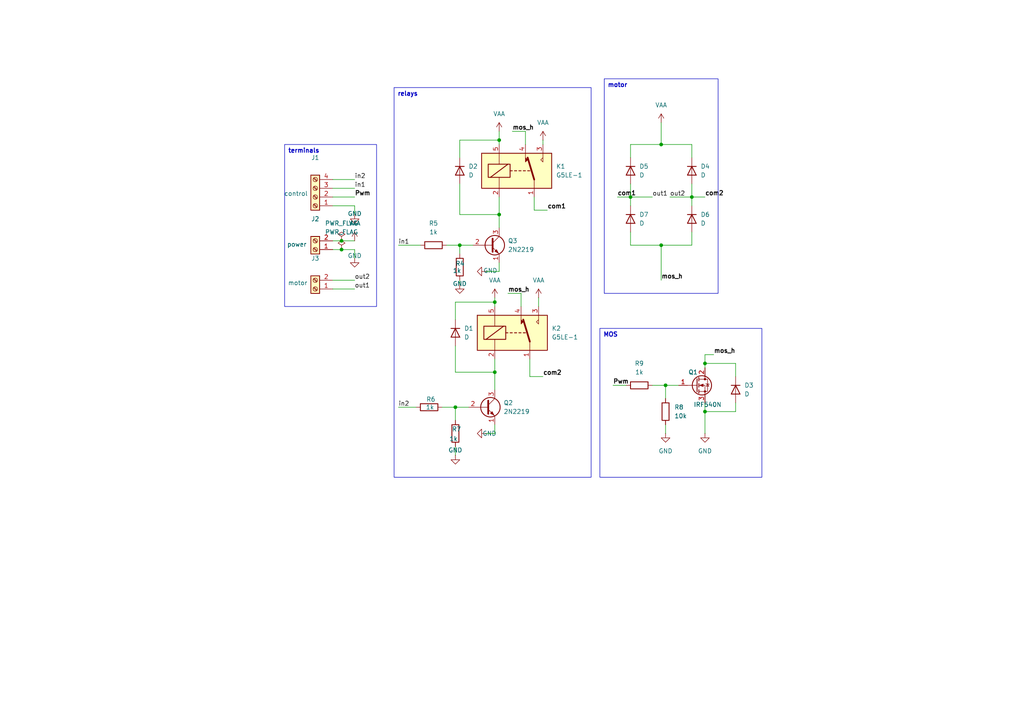
<source format=kicad_sch>
(kicad_sch
	(version 20250114)
	(generator "eeschema")
	(generator_version "9.0")
	(uuid "2377d803-3542-45f1-ba3d-f2444b19b832")
	(paper "A4")
	(lib_symbols
		(symbol "Connector:Screw_Terminal_01x02"
			(pin_names
				(offset 1.016)
				(hide yes)
			)
			(exclude_from_sim no)
			(in_bom yes)
			(on_board yes)
			(property "Reference" "J"
				(at 0 2.54 0)
				(effects
					(font
						(size 1.27 1.27)
					)
				)
			)
			(property "Value" "Screw_Terminal_01x02"
				(at 0 -5.08 0)
				(effects
					(font
						(size 1.27 1.27)
					)
				)
			)
			(property "Footprint" ""
				(at 0 0 0)
				(effects
					(font
						(size 1.27 1.27)
					)
					(hide yes)
				)
			)
			(property "Datasheet" "~"
				(at 0 0 0)
				(effects
					(font
						(size 1.27 1.27)
					)
					(hide yes)
				)
			)
			(property "Description" "Generic screw terminal, single row, 01x02, script generated (kicad-library-utils/schlib/autogen/connector/)"
				(at 0 0 0)
				(effects
					(font
						(size 1.27 1.27)
					)
					(hide yes)
				)
			)
			(property "ki_keywords" "screw terminal"
				(at 0 0 0)
				(effects
					(font
						(size 1.27 1.27)
					)
					(hide yes)
				)
			)
			(property "ki_fp_filters" "TerminalBlock*:*"
				(at 0 0 0)
				(effects
					(font
						(size 1.27 1.27)
					)
					(hide yes)
				)
			)
			(symbol "Screw_Terminal_01x02_1_1"
				(rectangle
					(start -1.27 1.27)
					(end 1.27 -3.81)
					(stroke
						(width 0.254)
						(type default)
					)
					(fill
						(type background)
					)
				)
				(polyline
					(pts
						(xy -0.5334 0.3302) (xy 0.3302 -0.508)
					)
					(stroke
						(width 0.1524)
						(type default)
					)
					(fill
						(type none)
					)
				)
				(polyline
					(pts
						(xy -0.5334 -2.2098) (xy 0.3302 -3.048)
					)
					(stroke
						(width 0.1524)
						(type default)
					)
					(fill
						(type none)
					)
				)
				(polyline
					(pts
						(xy -0.3556 0.508) (xy 0.508 -0.3302)
					)
					(stroke
						(width 0.1524)
						(type default)
					)
					(fill
						(type none)
					)
				)
				(polyline
					(pts
						(xy -0.3556 -2.032) (xy 0.508 -2.8702)
					)
					(stroke
						(width 0.1524)
						(type default)
					)
					(fill
						(type none)
					)
				)
				(circle
					(center 0 0)
					(radius 0.635)
					(stroke
						(width 0.1524)
						(type default)
					)
					(fill
						(type none)
					)
				)
				(circle
					(center 0 -2.54)
					(radius 0.635)
					(stroke
						(width 0.1524)
						(type default)
					)
					(fill
						(type none)
					)
				)
				(pin passive line
					(at -5.08 0 0)
					(length 3.81)
					(name "Pin_1"
						(effects
							(font
								(size 1.27 1.27)
							)
						)
					)
					(number "1"
						(effects
							(font
								(size 1.27 1.27)
							)
						)
					)
				)
				(pin passive line
					(at -5.08 -2.54 0)
					(length 3.81)
					(name "Pin_2"
						(effects
							(font
								(size 1.27 1.27)
							)
						)
					)
					(number "2"
						(effects
							(font
								(size 1.27 1.27)
							)
						)
					)
				)
			)
			(embedded_fonts no)
		)
		(symbol "Connector:Screw_Terminal_01x04"
			(pin_names
				(offset 1.016)
				(hide yes)
			)
			(exclude_from_sim no)
			(in_bom yes)
			(on_board yes)
			(property "Reference" "J"
				(at 0 5.08 0)
				(effects
					(font
						(size 1.27 1.27)
					)
				)
			)
			(property "Value" "Screw_Terminal_01x04"
				(at 0 -7.62 0)
				(effects
					(font
						(size 1.27 1.27)
					)
				)
			)
			(property "Footprint" ""
				(at 0 0 0)
				(effects
					(font
						(size 1.27 1.27)
					)
					(hide yes)
				)
			)
			(property "Datasheet" "~"
				(at 0 0 0)
				(effects
					(font
						(size 1.27 1.27)
					)
					(hide yes)
				)
			)
			(property "Description" "Generic screw terminal, single row, 01x04, script generated (kicad-library-utils/schlib/autogen/connector/)"
				(at 0 0 0)
				(effects
					(font
						(size 1.27 1.27)
					)
					(hide yes)
				)
			)
			(property "ki_keywords" "screw terminal"
				(at 0 0 0)
				(effects
					(font
						(size 1.27 1.27)
					)
					(hide yes)
				)
			)
			(property "ki_fp_filters" "TerminalBlock*:*"
				(at 0 0 0)
				(effects
					(font
						(size 1.27 1.27)
					)
					(hide yes)
				)
			)
			(symbol "Screw_Terminal_01x04_1_1"
				(rectangle
					(start -1.27 3.81)
					(end 1.27 -6.35)
					(stroke
						(width 0.254)
						(type default)
					)
					(fill
						(type background)
					)
				)
				(polyline
					(pts
						(xy -0.5334 2.8702) (xy 0.3302 2.032)
					)
					(stroke
						(width 0.1524)
						(type default)
					)
					(fill
						(type none)
					)
				)
				(polyline
					(pts
						(xy -0.5334 0.3302) (xy 0.3302 -0.508)
					)
					(stroke
						(width 0.1524)
						(type default)
					)
					(fill
						(type none)
					)
				)
				(polyline
					(pts
						(xy -0.5334 -2.2098) (xy 0.3302 -3.048)
					)
					(stroke
						(width 0.1524)
						(type default)
					)
					(fill
						(type none)
					)
				)
				(polyline
					(pts
						(xy -0.5334 -4.7498) (xy 0.3302 -5.588)
					)
					(stroke
						(width 0.1524)
						(type default)
					)
					(fill
						(type none)
					)
				)
				(polyline
					(pts
						(xy -0.3556 3.048) (xy 0.508 2.2098)
					)
					(stroke
						(width 0.1524)
						(type default)
					)
					(fill
						(type none)
					)
				)
				(polyline
					(pts
						(xy -0.3556 0.508) (xy 0.508 -0.3302)
					)
					(stroke
						(width 0.1524)
						(type default)
					)
					(fill
						(type none)
					)
				)
				(polyline
					(pts
						(xy -0.3556 -2.032) (xy 0.508 -2.8702)
					)
					(stroke
						(width 0.1524)
						(type default)
					)
					(fill
						(type none)
					)
				)
				(polyline
					(pts
						(xy -0.3556 -4.572) (xy 0.508 -5.4102)
					)
					(stroke
						(width 0.1524)
						(type default)
					)
					(fill
						(type none)
					)
				)
				(circle
					(center 0 2.54)
					(radius 0.635)
					(stroke
						(width 0.1524)
						(type default)
					)
					(fill
						(type none)
					)
				)
				(circle
					(center 0 0)
					(radius 0.635)
					(stroke
						(width 0.1524)
						(type default)
					)
					(fill
						(type none)
					)
				)
				(circle
					(center 0 -2.54)
					(radius 0.635)
					(stroke
						(width 0.1524)
						(type default)
					)
					(fill
						(type none)
					)
				)
				(circle
					(center 0 -5.08)
					(radius 0.635)
					(stroke
						(width 0.1524)
						(type default)
					)
					(fill
						(type none)
					)
				)
				(pin passive line
					(at -5.08 2.54 0)
					(length 3.81)
					(name "Pin_1"
						(effects
							(font
								(size 1.27 1.27)
							)
						)
					)
					(number "1"
						(effects
							(font
								(size 1.27 1.27)
							)
						)
					)
				)
				(pin passive line
					(at -5.08 0 0)
					(length 3.81)
					(name "Pin_2"
						(effects
							(font
								(size 1.27 1.27)
							)
						)
					)
					(number "2"
						(effects
							(font
								(size 1.27 1.27)
							)
						)
					)
				)
				(pin passive line
					(at -5.08 -2.54 0)
					(length 3.81)
					(name "Pin_3"
						(effects
							(font
								(size 1.27 1.27)
							)
						)
					)
					(number "3"
						(effects
							(font
								(size 1.27 1.27)
							)
						)
					)
				)
				(pin passive line
					(at -5.08 -5.08 0)
					(length 3.81)
					(name "Pin_4"
						(effects
							(font
								(size 1.27 1.27)
							)
						)
					)
					(number "4"
						(effects
							(font
								(size 1.27 1.27)
							)
						)
					)
				)
			)
			(embedded_fonts no)
		)
		(symbol "Device:D"
			(pin_numbers
				(hide yes)
			)
			(pin_names
				(offset 1.016)
				(hide yes)
			)
			(exclude_from_sim no)
			(in_bom yes)
			(on_board yes)
			(property "Reference" "D"
				(at 0 2.54 0)
				(effects
					(font
						(size 1.27 1.27)
					)
				)
			)
			(property "Value" "D"
				(at 0 -2.54 0)
				(effects
					(font
						(size 1.27 1.27)
					)
				)
			)
			(property "Footprint" ""
				(at 0 0 0)
				(effects
					(font
						(size 1.27 1.27)
					)
					(hide yes)
				)
			)
			(property "Datasheet" "~"
				(at 0 0 0)
				(effects
					(font
						(size 1.27 1.27)
					)
					(hide yes)
				)
			)
			(property "Description" "Diode"
				(at 0 0 0)
				(effects
					(font
						(size 1.27 1.27)
					)
					(hide yes)
				)
			)
			(property "Sim.Device" "D"
				(at 0 0 0)
				(effects
					(font
						(size 1.27 1.27)
					)
					(hide yes)
				)
			)
			(property "Sim.Pins" "1=K 2=A"
				(at 0 0 0)
				(effects
					(font
						(size 1.27 1.27)
					)
					(hide yes)
				)
			)
			(property "ki_keywords" "diode"
				(at 0 0 0)
				(effects
					(font
						(size 1.27 1.27)
					)
					(hide yes)
				)
			)
			(property "ki_fp_filters" "TO-???* *_Diode_* *SingleDiode* D_*"
				(at 0 0 0)
				(effects
					(font
						(size 1.27 1.27)
					)
					(hide yes)
				)
			)
			(symbol "D_0_1"
				(polyline
					(pts
						(xy -1.27 1.27) (xy -1.27 -1.27)
					)
					(stroke
						(width 0.254)
						(type default)
					)
					(fill
						(type none)
					)
				)
				(polyline
					(pts
						(xy 1.27 1.27) (xy 1.27 -1.27) (xy -1.27 0) (xy 1.27 1.27)
					)
					(stroke
						(width 0.254)
						(type default)
					)
					(fill
						(type none)
					)
				)
				(polyline
					(pts
						(xy 1.27 0) (xy -1.27 0)
					)
					(stroke
						(width 0)
						(type default)
					)
					(fill
						(type none)
					)
				)
			)
			(symbol "D_1_1"
				(pin passive line
					(at -3.81 0 0)
					(length 2.54)
					(name "K"
						(effects
							(font
								(size 1.27 1.27)
							)
						)
					)
					(number "1"
						(effects
							(font
								(size 1.27 1.27)
							)
						)
					)
				)
				(pin passive line
					(at 3.81 0 180)
					(length 2.54)
					(name "A"
						(effects
							(font
								(size 1.27 1.27)
							)
						)
					)
					(number "2"
						(effects
							(font
								(size 1.27 1.27)
							)
						)
					)
				)
			)
			(embedded_fonts no)
		)
		(symbol "Device:R"
			(pin_numbers
				(hide yes)
			)
			(pin_names
				(offset 0)
			)
			(exclude_from_sim no)
			(in_bom yes)
			(on_board yes)
			(property "Reference" "R"
				(at 2.032 0 90)
				(effects
					(font
						(size 1.27 1.27)
					)
				)
			)
			(property "Value" "R"
				(at 0 0 90)
				(effects
					(font
						(size 1.27 1.27)
					)
				)
			)
			(property "Footprint" ""
				(at -1.778 0 90)
				(effects
					(font
						(size 1.27 1.27)
					)
					(hide yes)
				)
			)
			(property "Datasheet" "~"
				(at 0 0 0)
				(effects
					(font
						(size 1.27 1.27)
					)
					(hide yes)
				)
			)
			(property "Description" "Resistor"
				(at 0 0 0)
				(effects
					(font
						(size 1.27 1.27)
					)
					(hide yes)
				)
			)
			(property "ki_keywords" "R res resistor"
				(at 0 0 0)
				(effects
					(font
						(size 1.27 1.27)
					)
					(hide yes)
				)
			)
			(property "ki_fp_filters" "R_*"
				(at 0 0 0)
				(effects
					(font
						(size 1.27 1.27)
					)
					(hide yes)
				)
			)
			(symbol "R_0_1"
				(rectangle
					(start -1.016 -2.54)
					(end 1.016 2.54)
					(stroke
						(width 0.254)
						(type default)
					)
					(fill
						(type none)
					)
				)
			)
			(symbol "R_1_1"
				(pin passive line
					(at 0 3.81 270)
					(length 1.27)
					(name "~"
						(effects
							(font
								(size 1.27 1.27)
							)
						)
					)
					(number "1"
						(effects
							(font
								(size 1.27 1.27)
							)
						)
					)
				)
				(pin passive line
					(at 0 -3.81 90)
					(length 1.27)
					(name "~"
						(effects
							(font
								(size 1.27 1.27)
							)
						)
					)
					(number "2"
						(effects
							(font
								(size 1.27 1.27)
							)
						)
					)
				)
			)
			(embedded_fonts no)
		)
		(symbol "Relay:G5LE-1"
			(exclude_from_sim no)
			(in_bom yes)
			(on_board yes)
			(property "Reference" "K"
				(at 11.43 3.81 0)
				(effects
					(font
						(size 1.27 1.27)
					)
					(justify left)
				)
			)
			(property "Value" "G5LE-1"
				(at 11.43 1.27 0)
				(effects
					(font
						(size 1.27 1.27)
					)
					(justify left)
				)
			)
			(property "Footprint" "Relay_THT:Relay_SPDT_Omron-G5LE-1"
				(at 11.43 -1.27 0)
				(effects
					(font
						(size 1.27 1.27)
					)
					(justify left)
					(hide yes)
				)
			)
			(property "Datasheet" "http://www.omron.com/ecb/products/pdf/en-g5le.pdf"
				(at 0 0 0)
				(effects
					(font
						(size 1.27 1.27)
					)
					(hide yes)
				)
			)
			(property "Description" "Omron G5LE relay, Miniature Single Pole, SPDT, 10A"
				(at 0 0 0)
				(effects
					(font
						(size 1.27 1.27)
					)
					(hide yes)
				)
			)
			(property "ki_keywords" "Miniature Single Pole Relay"
				(at 0 0 0)
				(effects
					(font
						(size 1.27 1.27)
					)
					(hide yes)
				)
			)
			(property "ki_fp_filters" "Relay*SPDT*Omron*G5LE?1*"
				(at 0 0 0)
				(effects
					(font
						(size 1.27 1.27)
					)
					(hide yes)
				)
			)
			(symbol "G5LE-1_0_0"
				(polyline
					(pts
						(xy 7.62 5.08) (xy 7.62 2.54) (xy 6.985 3.175) (xy 7.62 3.81)
					)
					(stroke
						(width 0)
						(type default)
					)
					(fill
						(type none)
					)
				)
			)
			(symbol "G5LE-1_0_1"
				(rectangle
					(start -10.16 5.08)
					(end 10.16 -5.08)
					(stroke
						(width 0.254)
						(type default)
					)
					(fill
						(type background)
					)
				)
				(rectangle
					(start -8.255 1.905)
					(end -1.905 -1.905)
					(stroke
						(width 0.254)
						(type default)
					)
					(fill
						(type none)
					)
				)
				(polyline
					(pts
						(xy -7.62 -1.905) (xy -2.54 1.905)
					)
					(stroke
						(width 0.254)
						(type default)
					)
					(fill
						(type none)
					)
				)
				(polyline
					(pts
						(xy -5.08 5.08) (xy -5.08 1.905)
					)
					(stroke
						(width 0)
						(type default)
					)
					(fill
						(type none)
					)
				)
				(polyline
					(pts
						(xy -5.08 -5.08) (xy -5.08 -1.905)
					)
					(stroke
						(width 0)
						(type default)
					)
					(fill
						(type none)
					)
				)
				(polyline
					(pts
						(xy -1.905 0) (xy -1.27 0)
					)
					(stroke
						(width 0.254)
						(type default)
					)
					(fill
						(type none)
					)
				)
				(polyline
					(pts
						(xy -0.635 0) (xy 0 0)
					)
					(stroke
						(width 0.254)
						(type default)
					)
					(fill
						(type none)
					)
				)
				(polyline
					(pts
						(xy 0.635 0) (xy 1.27 0)
					)
					(stroke
						(width 0.254)
						(type default)
					)
					(fill
						(type none)
					)
				)
				(polyline
					(pts
						(xy 1.905 0) (xy 2.54 0)
					)
					(stroke
						(width 0.254)
						(type default)
					)
					(fill
						(type none)
					)
				)
				(polyline
					(pts
						(xy 2.54 5.08) (xy 2.54 2.54) (xy 3.175 3.175) (xy 2.54 3.81)
					)
					(stroke
						(width 0)
						(type default)
					)
					(fill
						(type outline)
					)
				)
				(polyline
					(pts
						(xy 3.175 0) (xy 3.81 0)
					)
					(stroke
						(width 0.254)
						(type default)
					)
					(fill
						(type none)
					)
				)
				(polyline
					(pts
						(xy 5.08 -2.54) (xy 3.175 3.81)
					)
					(stroke
						(width 0.508)
						(type default)
					)
					(fill
						(type none)
					)
				)
				(polyline
					(pts
						(xy 5.08 -2.54) (xy 5.08 -5.08)
					)
					(stroke
						(width 0)
						(type default)
					)
					(fill
						(type none)
					)
				)
			)
			(symbol "G5LE-1_1_1"
				(pin passive line
					(at -5.08 7.62 270)
					(length 2.54)
					(name "~"
						(effects
							(font
								(size 1.27 1.27)
							)
						)
					)
					(number "5"
						(effects
							(font
								(size 1.27 1.27)
							)
						)
					)
				)
				(pin passive line
					(at -5.08 -7.62 90)
					(length 2.54)
					(name "~"
						(effects
							(font
								(size 1.27 1.27)
							)
						)
					)
					(number "2"
						(effects
							(font
								(size 1.27 1.27)
							)
						)
					)
				)
				(pin passive line
					(at 2.54 7.62 270)
					(length 2.54)
					(name "~"
						(effects
							(font
								(size 1.27 1.27)
							)
						)
					)
					(number "4"
						(effects
							(font
								(size 1.27 1.27)
							)
						)
					)
				)
				(pin passive line
					(at 5.08 -7.62 90)
					(length 2.54)
					(name "~"
						(effects
							(font
								(size 1.27 1.27)
							)
						)
					)
					(number "1"
						(effects
							(font
								(size 1.27 1.27)
							)
						)
					)
				)
				(pin passive line
					(at 7.62 7.62 270)
					(length 2.54)
					(name "~"
						(effects
							(font
								(size 1.27 1.27)
							)
						)
					)
					(number "3"
						(effects
							(font
								(size 1.27 1.27)
							)
						)
					)
				)
			)
			(embedded_fonts no)
		)
		(symbol "Transistor_BJT:2N2219"
			(pin_names
				(offset 0)
				(hide yes)
			)
			(exclude_from_sim no)
			(in_bom yes)
			(on_board yes)
			(property "Reference" "Q"
				(at 5.08 1.905 0)
				(effects
					(font
						(size 1.27 1.27)
					)
					(justify left)
				)
			)
			(property "Value" "2N2219"
				(at 5.08 0 0)
				(effects
					(font
						(size 1.27 1.27)
					)
					(justify left)
				)
			)
			(property "Footprint" "Package_TO_SOT_THT:TO-39-3"
				(at 5.08 -1.905 0)
				(effects
					(font
						(size 1.27 1.27)
						(italic yes)
					)
					(justify left)
					(hide yes)
				)
			)
			(property "Datasheet" "http://www.onsemi.com/pub_link/Collateral/2N2219-D.PDF"
				(at 0 0 0)
				(effects
					(font
						(size 1.27 1.27)
					)
					(justify left)
					(hide yes)
				)
			)
			(property "Description" "800mA Ic, 50V Vce, NPN Transistor, TO-39"
				(at 0 0 0)
				(effects
					(font
						(size 1.27 1.27)
					)
					(hide yes)
				)
			)
			(property "ki_keywords" "NPN Transistor"
				(at 0 0 0)
				(effects
					(font
						(size 1.27 1.27)
					)
					(hide yes)
				)
			)
			(property "ki_fp_filters" "TO?39*"
				(at 0 0 0)
				(effects
					(font
						(size 1.27 1.27)
					)
					(hide yes)
				)
			)
			(symbol "2N2219_0_1"
				(polyline
					(pts
						(xy -2.54 0) (xy 0.635 0)
					)
					(stroke
						(width 0)
						(type default)
					)
					(fill
						(type none)
					)
				)
				(polyline
					(pts
						(xy 0.635 1.905) (xy 0.635 -1.905)
					)
					(stroke
						(width 0.508)
						(type default)
					)
					(fill
						(type none)
					)
				)
				(circle
					(center 1.27 0)
					(radius 2.8194)
					(stroke
						(width 0.254)
						(type default)
					)
					(fill
						(type none)
					)
				)
			)
			(symbol "2N2219_1_1"
				(polyline
					(pts
						(xy 0.635 0.635) (xy 2.54 2.54)
					)
					(stroke
						(width 0)
						(type default)
					)
					(fill
						(type none)
					)
				)
				(polyline
					(pts
						(xy 0.635 -0.635) (xy 2.54 -2.54)
					)
					(stroke
						(width 0)
						(type default)
					)
					(fill
						(type none)
					)
				)
				(polyline
					(pts
						(xy 1.27 -1.778) (xy 1.778 -1.27) (xy 2.286 -2.286) (xy 1.27 -1.778)
					)
					(stroke
						(width 0)
						(type default)
					)
					(fill
						(type outline)
					)
				)
				(pin input line
					(at -5.08 0 0)
					(length 2.54)
					(name "B"
						(effects
							(font
								(size 1.27 1.27)
							)
						)
					)
					(number "2"
						(effects
							(font
								(size 1.27 1.27)
							)
						)
					)
				)
				(pin passive line
					(at 2.54 5.08 270)
					(length 2.54)
					(name "C"
						(effects
							(font
								(size 1.27 1.27)
							)
						)
					)
					(number "3"
						(effects
							(font
								(size 1.27 1.27)
							)
						)
					)
				)
				(pin passive line
					(at 2.54 -5.08 90)
					(length 2.54)
					(name "E"
						(effects
							(font
								(size 1.27 1.27)
							)
						)
					)
					(number "1"
						(effects
							(font
								(size 1.27 1.27)
							)
						)
					)
				)
			)
			(embedded_fonts no)
		)
		(symbol "Transistor_FET:IRF540N"
			(pin_names
				(hide yes)
			)
			(exclude_from_sim no)
			(in_bom yes)
			(on_board yes)
			(property "Reference" "Q"
				(at 5.08 1.905 0)
				(effects
					(font
						(size 1.27 1.27)
					)
					(justify left)
				)
			)
			(property "Value" "IRF540N"
				(at 5.08 0 0)
				(effects
					(font
						(size 1.27 1.27)
					)
					(justify left)
				)
			)
			(property "Footprint" "Package_TO_SOT_THT:TO-220-3_Vertical"
				(at 5.08 -1.905 0)
				(effects
					(font
						(size 1.27 1.27)
						(italic yes)
					)
					(justify left)
					(hide yes)
				)
			)
			(property "Datasheet" "http://www.irf.com/product-info/datasheets/data/irf540n.pdf"
				(at 5.08 -3.81 0)
				(effects
					(font
						(size 1.27 1.27)
					)
					(justify left)
					(hide yes)
				)
			)
			(property "Description" "33A Id, 100V Vds, HEXFET N-Channel MOSFET, TO-220"
				(at 0 0 0)
				(effects
					(font
						(size 1.27 1.27)
					)
					(hide yes)
				)
			)
			(property "ki_keywords" "HEXFET N-Channel MOSFET"
				(at 0 0 0)
				(effects
					(font
						(size 1.27 1.27)
					)
					(hide yes)
				)
			)
			(property "ki_fp_filters" "TO?220*"
				(at 0 0 0)
				(effects
					(font
						(size 1.27 1.27)
					)
					(hide yes)
				)
			)
			(symbol "IRF540N_0_1"
				(polyline
					(pts
						(xy 0.254 1.905) (xy 0.254 -1.905)
					)
					(stroke
						(width 0.254)
						(type default)
					)
					(fill
						(type none)
					)
				)
				(polyline
					(pts
						(xy 0.254 0) (xy -2.54 0)
					)
					(stroke
						(width 0)
						(type default)
					)
					(fill
						(type none)
					)
				)
				(polyline
					(pts
						(xy 0.762 2.286) (xy 0.762 1.27)
					)
					(stroke
						(width 0.254)
						(type default)
					)
					(fill
						(type none)
					)
				)
				(polyline
					(pts
						(xy 0.762 0.508) (xy 0.762 -0.508)
					)
					(stroke
						(width 0.254)
						(type default)
					)
					(fill
						(type none)
					)
				)
				(polyline
					(pts
						(xy 0.762 -1.27) (xy 0.762 -2.286)
					)
					(stroke
						(width 0.254)
						(type default)
					)
					(fill
						(type none)
					)
				)
				(polyline
					(pts
						(xy 0.762 -1.778) (xy 3.302 -1.778) (xy 3.302 1.778) (xy 0.762 1.778)
					)
					(stroke
						(width 0)
						(type default)
					)
					(fill
						(type none)
					)
				)
				(polyline
					(pts
						(xy 1.016 0) (xy 2.032 0.381) (xy 2.032 -0.381) (xy 1.016 0)
					)
					(stroke
						(width 0)
						(type default)
					)
					(fill
						(type outline)
					)
				)
				(circle
					(center 1.651 0)
					(radius 2.794)
					(stroke
						(width 0.254)
						(type default)
					)
					(fill
						(type none)
					)
				)
				(polyline
					(pts
						(xy 2.54 2.54) (xy 2.54 1.778)
					)
					(stroke
						(width 0)
						(type default)
					)
					(fill
						(type none)
					)
				)
				(circle
					(center 2.54 1.778)
					(radius 0.254)
					(stroke
						(width 0)
						(type default)
					)
					(fill
						(type outline)
					)
				)
				(circle
					(center 2.54 -1.778)
					(radius 0.254)
					(stroke
						(width 0)
						(type default)
					)
					(fill
						(type outline)
					)
				)
				(polyline
					(pts
						(xy 2.54 -2.54) (xy 2.54 0) (xy 0.762 0)
					)
					(stroke
						(width 0)
						(type default)
					)
					(fill
						(type none)
					)
				)
				(polyline
					(pts
						(xy 2.794 0.508) (xy 2.921 0.381) (xy 3.683 0.381) (xy 3.81 0.254)
					)
					(stroke
						(width 0)
						(type default)
					)
					(fill
						(type none)
					)
				)
				(polyline
					(pts
						(xy 3.302 0.381) (xy 2.921 -0.254) (xy 3.683 -0.254) (xy 3.302 0.381)
					)
					(stroke
						(width 0)
						(type default)
					)
					(fill
						(type none)
					)
				)
			)
			(symbol "IRF540N_1_1"
				(pin input line
					(at -5.08 0 0)
					(length 2.54)
					(name "G"
						(effects
							(font
								(size 1.27 1.27)
							)
						)
					)
					(number "1"
						(effects
							(font
								(size 1.27 1.27)
							)
						)
					)
				)
				(pin passive line
					(at 2.54 5.08 270)
					(length 2.54)
					(name "D"
						(effects
							(font
								(size 1.27 1.27)
							)
						)
					)
					(number "2"
						(effects
							(font
								(size 1.27 1.27)
							)
						)
					)
				)
				(pin passive line
					(at 2.54 -5.08 90)
					(length 2.54)
					(name "S"
						(effects
							(font
								(size 1.27 1.27)
							)
						)
					)
					(number "3"
						(effects
							(font
								(size 1.27 1.27)
							)
						)
					)
				)
			)
			(embedded_fonts no)
		)
		(symbol "power:GND"
			(power)
			(pin_numbers
				(hide yes)
			)
			(pin_names
				(offset 0)
				(hide yes)
			)
			(exclude_from_sim no)
			(in_bom yes)
			(on_board yes)
			(property "Reference" "#PWR"
				(at 0 -6.35 0)
				(effects
					(font
						(size 1.27 1.27)
					)
					(hide yes)
				)
			)
			(property "Value" "GND"
				(at 0 -3.81 0)
				(effects
					(font
						(size 1.27 1.27)
					)
				)
			)
			(property "Footprint" ""
				(at 0 0 0)
				(effects
					(font
						(size 1.27 1.27)
					)
					(hide yes)
				)
			)
			(property "Datasheet" ""
				(at 0 0 0)
				(effects
					(font
						(size 1.27 1.27)
					)
					(hide yes)
				)
			)
			(property "Description" "Power symbol creates a global label with name \"GND\" , ground"
				(at 0 0 0)
				(effects
					(font
						(size 1.27 1.27)
					)
					(hide yes)
				)
			)
			(property "ki_keywords" "global power"
				(at 0 0 0)
				(effects
					(font
						(size 1.27 1.27)
					)
					(hide yes)
				)
			)
			(symbol "GND_0_1"
				(polyline
					(pts
						(xy 0 0) (xy 0 -1.27) (xy 1.27 -1.27) (xy 0 -2.54) (xy -1.27 -1.27) (xy 0 -1.27)
					)
					(stroke
						(width 0)
						(type default)
					)
					(fill
						(type none)
					)
				)
			)
			(symbol "GND_1_1"
				(pin power_in line
					(at 0 0 270)
					(length 0)
					(name "~"
						(effects
							(font
								(size 1.27 1.27)
							)
						)
					)
					(number "1"
						(effects
							(font
								(size 1.27 1.27)
							)
						)
					)
				)
			)
			(embedded_fonts no)
		)
		(symbol "power:PWR_FLAG"
			(power)
			(pin_numbers
				(hide yes)
			)
			(pin_names
				(offset 0)
				(hide yes)
			)
			(exclude_from_sim no)
			(in_bom yes)
			(on_board yes)
			(property "Reference" "#FLG"
				(at 0 1.905 0)
				(effects
					(font
						(size 1.27 1.27)
					)
					(hide yes)
				)
			)
			(property "Value" "PWR_FLAG"
				(at 0 3.81 0)
				(effects
					(font
						(size 1.27 1.27)
					)
				)
			)
			(property "Footprint" ""
				(at 0 0 0)
				(effects
					(font
						(size 1.27 1.27)
					)
					(hide yes)
				)
			)
			(property "Datasheet" "~"
				(at 0 0 0)
				(effects
					(font
						(size 1.27 1.27)
					)
					(hide yes)
				)
			)
			(property "Description" "Special symbol for telling ERC where power comes from"
				(at 0 0 0)
				(effects
					(font
						(size 1.27 1.27)
					)
					(hide yes)
				)
			)
			(property "ki_keywords" "flag power"
				(at 0 0 0)
				(effects
					(font
						(size 1.27 1.27)
					)
					(hide yes)
				)
			)
			(symbol "PWR_FLAG_0_0"
				(pin power_out line
					(at 0 0 90)
					(length 0)
					(name "~"
						(effects
							(font
								(size 1.27 1.27)
							)
						)
					)
					(number "1"
						(effects
							(font
								(size 1.27 1.27)
							)
						)
					)
				)
			)
			(symbol "PWR_FLAG_0_1"
				(polyline
					(pts
						(xy 0 0) (xy 0 1.27) (xy -1.016 1.905) (xy 0 2.54) (xy 1.016 1.905) (xy 0 1.27)
					)
					(stroke
						(width 0)
						(type default)
					)
					(fill
						(type none)
					)
				)
			)
			(embedded_fonts no)
		)
		(symbol "power:VAA"
			(power)
			(pin_numbers
				(hide yes)
			)
			(pin_names
				(offset 0)
				(hide yes)
			)
			(exclude_from_sim no)
			(in_bom yes)
			(on_board yes)
			(property "Reference" "#PWR"
				(at 0 -3.81 0)
				(effects
					(font
						(size 1.27 1.27)
					)
					(hide yes)
				)
			)
			(property "Value" "VAA"
				(at 0 3.556 0)
				(effects
					(font
						(size 1.27 1.27)
					)
				)
			)
			(property "Footprint" ""
				(at 0 0 0)
				(effects
					(font
						(size 1.27 1.27)
					)
					(hide yes)
				)
			)
			(property "Datasheet" ""
				(at 0 0 0)
				(effects
					(font
						(size 1.27 1.27)
					)
					(hide yes)
				)
			)
			(property "Description" "Power symbol creates a global label with name \"VAA\""
				(at 0 0 0)
				(effects
					(font
						(size 1.27 1.27)
					)
					(hide yes)
				)
			)
			(property "ki_keywords" "global power"
				(at 0 0 0)
				(effects
					(font
						(size 1.27 1.27)
					)
					(hide yes)
				)
			)
			(symbol "VAA_0_1"
				(polyline
					(pts
						(xy -0.762 1.27) (xy 0 2.54)
					)
					(stroke
						(width 0)
						(type default)
					)
					(fill
						(type none)
					)
				)
				(polyline
					(pts
						(xy 0 2.54) (xy 0.762 1.27)
					)
					(stroke
						(width 0)
						(type default)
					)
					(fill
						(type none)
					)
				)
				(polyline
					(pts
						(xy 0 0) (xy 0 2.54)
					)
					(stroke
						(width 0)
						(type default)
					)
					(fill
						(type none)
					)
				)
			)
			(symbol "VAA_1_1"
				(pin power_in line
					(at 0 0 90)
					(length 0)
					(name "~"
						(effects
							(font
								(size 1.27 1.27)
							)
						)
					)
					(number "1"
						(effects
							(font
								(size 1.27 1.27)
							)
						)
					)
				)
			)
			(embedded_fonts no)
		)
	)
	(text_box "MOS"
		(exclude_from_sim no)
		(at 173.99 95.25 0)
		(size 46.99 43.18)
		(margins 0.9525 0.9525 0.9525 0.9525)
		(stroke
			(width 0)
			(type solid)
		)
		(fill
			(type none)
		)
		(effects
			(font
				(size 1.27 1.27)
				(thickness 0.254)
				(bold yes)
			)
			(justify left top)
		)
		(uuid "07911196-be2d-4fa2-99d8-b10e2e478e38")
	)
	(text_box "relays"
		(exclude_from_sim no)
		(at 114.3 25.4 0)
		(size 57.15 113.03)
		(margins 0.9525 0.9525 0.9525 0.9525)
		(stroke
			(width 0)
			(type solid)
		)
		(fill
			(type none)
		)
		(effects
			(font
				(size 1.27 1.27)
				(thickness 0.254)
				(bold yes)
			)
			(justify left top)
		)
		(uuid "2e6d28a4-d63c-433e-85a2-f6925b74a4dd")
	)
	(text_box "terminals"
		(exclude_from_sim no)
		(at 82.55 41.91 0)
		(size 26.67 46.99)
		(margins 0.9525 0.9525 0.9525 0.9525)
		(stroke
			(width 0)
			(type solid)
		)
		(fill
			(type none)
		)
		(effects
			(font
				(size 1.27 1.27)
				(thickness 0.254)
				(bold yes)
			)
			(justify left top)
		)
		(uuid "a4cc80d5-013e-45a4-b335-194721578941")
	)
	(text_box "motor"
		(exclude_from_sim no)
		(at 175.26 22.86 0)
		(size 33.02 62.23)
		(margins 0.9525 0.9525 0.9525 0.9525)
		(stroke
			(width 0)
			(type solid)
		)
		(fill
			(type none)
		)
		(effects
			(font
				(size 1.27 1.27)
				(thickness 0.254)
				(bold yes)
			)
			(justify left top)
		)
		(uuid "d966b374-131f-44e7-88df-e823d720589b")
	)
	(junction
		(at 133.35 71.12)
		(diameter 0)
		(color 0 0 0 0)
		(uuid "059cf534-ca59-49b1-8bad-8dfb72ff5084")
	)
	(junction
		(at 193.04 111.76)
		(diameter 0)
		(color 0 0 0 0)
		(uuid "61b4a2a8-08b1-43bd-b374-eba2ceb2ce39")
	)
	(junction
		(at 99.06 69.85)
		(diameter 0)
		(color 0 0 0 0)
		(uuid "665e0fc2-eff8-4c49-800a-c75ded4b33c6")
	)
	(junction
		(at 143.51 107.95)
		(diameter 0)
		(color 0 0 0 0)
		(uuid "69a53376-4613-43ac-a6ff-1d13fdc06479")
	)
	(junction
		(at 200.66 57.15)
		(diameter 0)
		(color 0 0 0 0)
		(uuid "7316ae4c-a8a3-4a91-920b-ad2857e20c28")
	)
	(junction
		(at 144.78 40.64)
		(diameter 0)
		(color 0 0 0 0)
		(uuid "8524a5e1-b28a-413d-b933-710fe6051e3a")
	)
	(junction
		(at 144.78 62.23)
		(diameter 0)
		(color 0 0 0 0)
		(uuid "96660a4d-8387-414d-9a13-bfb4d05a8923")
	)
	(junction
		(at 143.51 87.63)
		(diameter 0)
		(color 0 0 0 0)
		(uuid "c19c782a-7d98-4855-a616-926126fc7494")
	)
	(junction
		(at 191.77 41.91)
		(diameter 0)
		(color 0 0 0 0)
		(uuid "c52f0894-06a6-4d85-97b1-33f8652755a2")
	)
	(junction
		(at 182.88 57.15)
		(diameter 0)
		(color 0 0 0 0)
		(uuid "d5daa23e-c095-4b70-922a-18030c3261e4")
	)
	(junction
		(at 204.47 119.38)
		(diameter 0)
		(color 0 0 0 0)
		(uuid "e0f2119d-d1df-476c-9c15-8ffc255e0236")
	)
	(junction
		(at 191.77 71.12)
		(diameter 0)
		(color 0 0 0 0)
		(uuid "e24da65b-bc59-4dc4-a6b5-2f138c5ebce0")
	)
	(junction
		(at 99.06 72.39)
		(diameter 0)
		(color 0 0 0 0)
		(uuid "e2763472-ee73-411e-8272-1a61d0ef3130")
	)
	(junction
		(at 204.47 105.41)
		(diameter 0)
		(color 0 0 0 0)
		(uuid "edb30fb1-a27a-4a6f-bba8-a6ca2ac9ed0e")
	)
	(junction
		(at 132.08 118.11)
		(diameter 0)
		(color 0 0 0 0)
		(uuid "ef59407d-8011-4503-b765-ea66a5adb684")
	)
	(wire
		(pts
			(xy 156.21 86.36) (xy 156.21 88.9)
		)
		(stroke
			(width 0)
			(type default)
		)
		(uuid "060a9d5d-dda1-4916-b09c-1ca25ff312de")
	)
	(wire
		(pts
			(xy 143.51 104.14) (xy 143.51 107.95)
		)
		(stroke
			(width 0)
			(type default)
		)
		(uuid "06f01024-adba-47c6-98e3-da17058ce1b0")
	)
	(wire
		(pts
			(xy 200.66 67.31) (xy 200.66 71.12)
		)
		(stroke
			(width 0)
			(type default)
		)
		(uuid "078d7269-65c3-4b42-88f7-bc2f61bcc5d8")
	)
	(wire
		(pts
			(xy 102.87 59.69) (xy 96.52 59.69)
		)
		(stroke
			(width 0)
			(type default)
		)
		(uuid "0e3aee54-03e2-4341-8be3-1a4e9b234105")
	)
	(wire
		(pts
			(xy 143.51 125.73) (xy 143.51 123.19)
		)
		(stroke
			(width 0)
			(type default)
		)
		(uuid "0f805fd0-c644-4c21-80df-4a4e8317d324")
	)
	(wire
		(pts
			(xy 213.36 109.22) (xy 213.36 105.41)
		)
		(stroke
			(width 0)
			(type default)
		)
		(uuid "157e4975-f755-4d9f-98c8-c5ef208b7d8e")
	)
	(wire
		(pts
			(xy 193.04 111.76) (xy 196.85 111.76)
		)
		(stroke
			(width 0)
			(type default)
		)
		(uuid "195343db-51cd-4847-8756-c6224f5f6760")
	)
	(wire
		(pts
			(xy 140.97 78.74) (xy 144.78 78.74)
		)
		(stroke
			(width 0)
			(type default)
		)
		(uuid "1cee19b6-7d1d-444b-90bd-f8cf2d911ffc")
	)
	(wire
		(pts
			(xy 204.47 105.41) (xy 204.47 102.87)
		)
		(stroke
			(width 0)
			(type default)
		)
		(uuid "1f86ae1b-396b-4335-bbb1-0de4b6b5458a")
	)
	(wire
		(pts
			(xy 177.8 111.76) (xy 181.61 111.76)
		)
		(stroke
			(width 0)
			(type default)
		)
		(uuid "1fec8611-0707-484d-8707-00b2de41352d")
	)
	(wire
		(pts
			(xy 115.57 71.12) (xy 121.92 71.12)
		)
		(stroke
			(width 0)
			(type default)
		)
		(uuid "244036a8-4234-4962-9de1-fb6e71616ed7")
	)
	(wire
		(pts
			(xy 213.36 119.38) (xy 204.47 119.38)
		)
		(stroke
			(width 0)
			(type default)
		)
		(uuid "2460fad4-1f4f-4e0b-a45c-3ac52c956bd0")
	)
	(wire
		(pts
			(xy 132.08 118.11) (xy 135.89 118.11)
		)
		(stroke
			(width 0)
			(type default)
		)
		(uuid "2ae55ce6-7d25-4052-bde5-a09678b2caee")
	)
	(wire
		(pts
			(xy 102.87 62.23) (xy 102.87 59.69)
		)
		(stroke
			(width 0)
			(type default)
		)
		(uuid "2c4cafe9-462c-4620-821c-8c1f00b53a42")
	)
	(wire
		(pts
			(xy 204.47 106.68) (xy 204.47 105.41)
		)
		(stroke
			(width 0)
			(type default)
		)
		(uuid "2cdb2d17-0de4-4339-ba21-3dfface70dde")
	)
	(wire
		(pts
			(xy 148.59 38.1) (xy 152.4 38.1)
		)
		(stroke
			(width 0)
			(type default)
		)
		(uuid "2eaf8ff9-a761-4ff0-8623-8fd98f99e7db")
	)
	(wire
		(pts
			(xy 99.06 72.39) (xy 102.87 72.39)
		)
		(stroke
			(width 0)
			(type default)
		)
		(uuid "33ce3d0c-efff-4071-a14c-2f1f3426fcc3")
	)
	(wire
		(pts
			(xy 133.35 45.72) (xy 133.35 40.64)
		)
		(stroke
			(width 0)
			(type default)
		)
		(uuid "3acf34c4-ec6d-4a7c-aa9b-a1de6ac8cfbb")
	)
	(wire
		(pts
			(xy 191.77 71.12) (xy 182.88 71.12)
		)
		(stroke
			(width 0)
			(type default)
		)
		(uuid "3aea963e-0ecf-4a8a-8b49-490b2f0e29e1")
	)
	(wire
		(pts
			(xy 96.52 54.61) (xy 102.87 54.61)
		)
		(stroke
			(width 0)
			(type default)
		)
		(uuid "400a2cf9-7329-4f0e-bd20-c07079ef735d")
	)
	(wire
		(pts
			(xy 96.52 72.39) (xy 99.06 72.39)
		)
		(stroke
			(width 0)
			(type default)
		)
		(uuid "40dc64fe-f2b3-4e32-b027-5fb4985b1bb0")
	)
	(wire
		(pts
			(xy 182.88 41.91) (xy 182.88 45.72)
		)
		(stroke
			(width 0)
			(type default)
		)
		(uuid "4c22430d-4cce-4212-b6ce-8a7449610095")
	)
	(wire
		(pts
			(xy 129.54 71.12) (xy 133.35 71.12)
		)
		(stroke
			(width 0)
			(type default)
		)
		(uuid "4ddb3e13-05a4-4f16-a08b-36adee2cf0f3")
	)
	(wire
		(pts
			(xy 158.75 60.96) (xy 154.94 60.96)
		)
		(stroke
			(width 0)
			(type default)
		)
		(uuid "509110b2-a059-4b20-b2eb-0d136e295a19")
	)
	(wire
		(pts
			(xy 191.77 41.91) (xy 182.88 41.91)
		)
		(stroke
			(width 0)
			(type default)
		)
		(uuid "50f8ae9a-afe5-429c-b96a-0bcc9ddce4c3")
	)
	(wire
		(pts
			(xy 194.31 57.15) (xy 200.66 57.15)
		)
		(stroke
			(width 0)
			(type default)
		)
		(uuid "51586492-fe8b-44c7-9b55-1290368433dc")
	)
	(wire
		(pts
			(xy 96.52 81.28) (xy 102.87 81.28)
		)
		(stroke
			(width 0)
			(type default)
		)
		(uuid "51fc073f-149d-4698-b42c-ace12a380624")
	)
	(wire
		(pts
			(xy 132.08 92.71) (xy 132.08 87.63)
		)
		(stroke
			(width 0)
			(type default)
		)
		(uuid "53175d86-52eb-49d8-961e-ab6f30b09bfa")
	)
	(wire
		(pts
			(xy 102.87 72.39) (xy 102.87 74.93)
		)
		(stroke
			(width 0)
			(type default)
		)
		(uuid "554215dc-a266-48e4-911f-bea799fb240e")
	)
	(wire
		(pts
			(xy 143.51 87.63) (xy 143.51 88.9)
		)
		(stroke
			(width 0)
			(type default)
		)
		(uuid "595cb33a-77cd-4d92-aa46-af9c0da25181")
	)
	(wire
		(pts
			(xy 182.88 71.12) (xy 182.88 67.31)
		)
		(stroke
			(width 0)
			(type default)
		)
		(uuid "5b3e6d26-52f0-41f0-98b2-f56b488c0dd6")
	)
	(wire
		(pts
			(xy 191.77 35.56) (xy 191.77 41.91)
		)
		(stroke
			(width 0)
			(type default)
		)
		(uuid "61ab9b26-a5c2-4b19-96e6-52f266c332fd")
	)
	(wire
		(pts
			(xy 191.77 71.12) (xy 191.77 81.28)
		)
		(stroke
			(width 0)
			(type default)
		)
		(uuid "63c1ae6b-41c1-4c7f-a0b5-a80d40b80da2")
	)
	(wire
		(pts
			(xy 96.52 83.82) (xy 102.87 83.82)
		)
		(stroke
			(width 0)
			(type default)
		)
		(uuid "7163f137-2b7b-43c5-b1f6-56b3528fbd0f")
	)
	(wire
		(pts
			(xy 133.35 40.64) (xy 144.78 40.64)
		)
		(stroke
			(width 0)
			(type default)
		)
		(uuid "71f88649-612f-4b19-b13a-1ce61ea84038")
	)
	(wire
		(pts
			(xy 132.08 107.95) (xy 132.08 100.33)
		)
		(stroke
			(width 0)
			(type default)
		)
		(uuid "78184fa6-0d2f-4a74-816d-362ed3486eb1")
	)
	(wire
		(pts
			(xy 182.88 53.34) (xy 182.88 57.15)
		)
		(stroke
			(width 0)
			(type default)
		)
		(uuid "7a4ab34a-1796-4fc9-bf67-65e2f0e7ded5")
	)
	(wire
		(pts
			(xy 133.35 71.12) (xy 137.16 71.12)
		)
		(stroke
			(width 0)
			(type default)
		)
		(uuid "7bc7dc37-f3a7-43e7-b743-c06a654f65ad")
	)
	(wire
		(pts
			(xy 144.78 57.15) (xy 144.78 62.23)
		)
		(stroke
			(width 0)
			(type default)
		)
		(uuid "852c8325-b5f8-4ddb-b67f-961b84f597b7")
	)
	(wire
		(pts
			(xy 153.67 109.22) (xy 153.67 104.14)
		)
		(stroke
			(width 0)
			(type default)
		)
		(uuid "85512876-61bd-43ad-99eb-676a1568d141")
	)
	(wire
		(pts
			(xy 213.36 116.84) (xy 213.36 119.38)
		)
		(stroke
			(width 0)
			(type default)
		)
		(uuid "85be27f2-998e-43cf-ab33-52031ffc3950")
	)
	(wire
		(pts
			(xy 143.51 107.95) (xy 143.51 113.03)
		)
		(stroke
			(width 0)
			(type default)
		)
		(uuid "86177763-e73e-4046-a23c-140ec546f716")
	)
	(wire
		(pts
			(xy 193.04 123.19) (xy 193.04 125.73)
		)
		(stroke
			(width 0)
			(type default)
		)
		(uuid "8755c60e-3d09-43e9-a5bf-724d12bc4e34")
	)
	(wire
		(pts
			(xy 154.94 60.96) (xy 154.94 57.15)
		)
		(stroke
			(width 0)
			(type default)
		)
		(uuid "88a04abf-e718-43b1-bf5c-bd15be64ae82")
	)
	(wire
		(pts
			(xy 200.66 57.15) (xy 200.66 59.69)
		)
		(stroke
			(width 0)
			(type default)
		)
		(uuid "8b9e10ec-6861-4df6-853e-1842380eec50")
	)
	(wire
		(pts
			(xy 132.08 121.92) (xy 132.08 118.11)
		)
		(stroke
			(width 0)
			(type default)
		)
		(uuid "8bf07d8e-9149-4e52-86f8-05ab9739033b")
	)
	(wire
		(pts
			(xy 144.78 62.23) (xy 144.78 66.04)
		)
		(stroke
			(width 0)
			(type default)
		)
		(uuid "8d68e968-8b66-4f41-853b-386180349b62")
	)
	(wire
		(pts
			(xy 133.35 73.66) (xy 133.35 71.12)
		)
		(stroke
			(width 0)
			(type default)
		)
		(uuid "8eb7f395-fb72-47d6-9093-2becd45ced4e")
	)
	(wire
		(pts
			(xy 179.07 57.15) (xy 182.88 57.15)
		)
		(stroke
			(width 0)
			(type default)
		)
		(uuid "9227f4c0-88cc-475d-bf83-1d87a527582c")
	)
	(wire
		(pts
			(xy 157.48 109.22) (xy 153.67 109.22)
		)
		(stroke
			(width 0)
			(type default)
		)
		(uuid "95cd1f85-6d3a-40b9-baf9-5df4255ec091")
	)
	(wire
		(pts
			(xy 204.47 102.87) (xy 207.01 102.87)
		)
		(stroke
			(width 0)
			(type default)
		)
		(uuid "9abe6927-2848-4022-a7a0-c8b573f932e2")
	)
	(wire
		(pts
			(xy 151.13 85.09) (xy 151.13 88.9)
		)
		(stroke
			(width 0)
			(type default)
		)
		(uuid "9ac489cc-0af0-4505-b3fa-24d95322b16c")
	)
	(wire
		(pts
			(xy 133.35 81.28) (xy 133.35 82.55)
		)
		(stroke
			(width 0)
			(type default)
		)
		(uuid "9b1642ec-2359-4aee-839d-3604952a157b")
	)
	(wire
		(pts
			(xy 157.48 40.64) (xy 157.48 41.91)
		)
		(stroke
			(width 0)
			(type default)
		)
		(uuid "9f2373d4-59a8-4df3-af5c-760f7806f832")
	)
	(wire
		(pts
			(xy 132.08 87.63) (xy 143.51 87.63)
		)
		(stroke
			(width 0)
			(type default)
		)
		(uuid "a04e10da-2d22-48a7-8d9d-0d93c902f0ba")
	)
	(wire
		(pts
			(xy 200.66 41.91) (xy 191.77 41.91)
		)
		(stroke
			(width 0)
			(type default)
		)
		(uuid "aa7549ee-eac2-4480-8fa7-ffa6cd3e1061")
	)
	(wire
		(pts
			(xy 152.4 38.1) (xy 152.4 41.91)
		)
		(stroke
			(width 0)
			(type default)
		)
		(uuid "aced2c28-646b-470e-b06e-56f4e1dda08e")
	)
	(wire
		(pts
			(xy 96.52 69.85) (xy 99.06 69.85)
		)
		(stroke
			(width 0)
			(type default)
		)
		(uuid "ad81fa96-d133-4887-9e43-f333d664e411")
	)
	(wire
		(pts
			(xy 140.97 125.73) (xy 143.51 125.73)
		)
		(stroke
			(width 0)
			(type default)
		)
		(uuid "b1d70601-a96b-40ad-9c6f-7b3965d64a64")
	)
	(wire
		(pts
			(xy 200.66 53.34) (xy 200.66 57.15)
		)
		(stroke
			(width 0)
			(type default)
		)
		(uuid "b249c22d-bf3b-4cca-b5c1-439666380657")
	)
	(wire
		(pts
			(xy 213.36 105.41) (xy 204.47 105.41)
		)
		(stroke
			(width 0)
			(type default)
		)
		(uuid "b7c539db-54a4-44e1-9346-ba98b6a6ff32")
	)
	(wire
		(pts
			(xy 144.78 40.64) (xy 144.78 41.91)
		)
		(stroke
			(width 0)
			(type default)
		)
		(uuid "bbca27a5-0db0-454c-abcd-dacf726f1c9b")
	)
	(wire
		(pts
			(xy 200.66 71.12) (xy 191.77 71.12)
		)
		(stroke
			(width 0)
			(type default)
		)
		(uuid "bc37f1b8-d75b-41f2-8a46-b7509af7df04")
	)
	(wire
		(pts
			(xy 144.78 76.2) (xy 144.78 78.74)
		)
		(stroke
			(width 0)
			(type default)
		)
		(uuid "bd5a447f-ca86-4b17-93a5-848cb1c72b8c")
	)
	(wire
		(pts
			(xy 204.47 119.38) (xy 204.47 125.73)
		)
		(stroke
			(width 0)
			(type default)
		)
		(uuid "bf0dad5d-3d93-4281-b9c3-7af1c4db1e37")
	)
	(wire
		(pts
			(xy 143.51 107.95) (xy 132.08 107.95)
		)
		(stroke
			(width 0)
			(type default)
		)
		(uuid "c1fadfa0-ad8b-441a-b1cb-12f1d55987fb")
	)
	(wire
		(pts
			(xy 115.57 118.11) (xy 120.65 118.11)
		)
		(stroke
			(width 0)
			(type default)
		)
		(uuid "c5089d0d-9916-4c39-8421-2df6875b3de7")
	)
	(wire
		(pts
			(xy 99.06 69.85) (xy 102.87 69.85)
		)
		(stroke
			(width 0)
			(type default)
		)
		(uuid "c5586cbe-57f3-46a5-8ef6-08190705480a")
	)
	(wire
		(pts
			(xy 133.35 62.23) (xy 133.35 53.34)
		)
		(stroke
			(width 0)
			(type default)
		)
		(uuid "ca17e255-5d27-4139-a407-ac9a40b2523b")
	)
	(wire
		(pts
			(xy 182.88 57.15) (xy 189.23 57.15)
		)
		(stroke
			(width 0)
			(type default)
		)
		(uuid "cb414711-9caa-42c6-9fa2-17a3d080baa5")
	)
	(wire
		(pts
			(xy 200.66 45.72) (xy 200.66 41.91)
		)
		(stroke
			(width 0)
			(type default)
		)
		(uuid "cc7ddb6b-f13f-4829-8c27-757aa4ed7f18")
	)
	(wire
		(pts
			(xy 144.78 62.23) (xy 133.35 62.23)
		)
		(stroke
			(width 0)
			(type default)
		)
		(uuid "d031fda2-f851-4127-9da9-767e0a93beb0")
	)
	(wire
		(pts
			(xy 193.04 111.76) (xy 193.04 115.57)
		)
		(stroke
			(width 0)
			(type default)
		)
		(uuid "d0f689e1-e00e-4adf-b292-e2e6c84996f2")
	)
	(wire
		(pts
			(xy 189.23 111.76) (xy 193.04 111.76)
		)
		(stroke
			(width 0)
			(type default)
		)
		(uuid "d4ef0010-afcb-4842-a3b8-f7052dbab823")
	)
	(wire
		(pts
			(xy 96.52 57.15) (xy 102.87 57.15)
		)
		(stroke
			(width 0)
			(type default)
		)
		(uuid "d755e31b-9f1c-4255-991e-b245b5b6d343")
	)
	(wire
		(pts
			(xy 144.78 38.1) (xy 144.78 40.64)
		)
		(stroke
			(width 0)
			(type default)
		)
		(uuid "dbd648a0-6907-4b7c-a9ae-407fe2e5e775")
	)
	(wire
		(pts
			(xy 143.51 86.36) (xy 143.51 87.63)
		)
		(stroke
			(width 0)
			(type default)
		)
		(uuid "df78431d-5793-4733-af37-03bda7e82bf4")
	)
	(wire
		(pts
			(xy 204.47 116.84) (xy 204.47 119.38)
		)
		(stroke
			(width 0)
			(type default)
		)
		(uuid "f6bee189-d086-44a4-aee2-f056ceb984c8")
	)
	(wire
		(pts
			(xy 132.08 129.54) (xy 132.08 132.08)
		)
		(stroke
			(width 0)
			(type default)
		)
		(uuid "f967753b-ad99-418b-8161-943ff82ab0d8")
	)
	(wire
		(pts
			(xy 182.88 57.15) (xy 182.88 59.69)
		)
		(stroke
			(width 0)
			(type default)
		)
		(uuid "fa2dc0a5-a115-444e-8d98-90d6e883d906")
	)
	(wire
		(pts
			(xy 200.66 57.15) (xy 204.47 57.15)
		)
		(stroke
			(width 0)
			(type default)
		)
		(uuid "fe0691ae-c5dc-448c-a438-c08b5ff7a1bc")
	)
	(wire
		(pts
			(xy 128.27 118.11) (xy 132.08 118.11)
		)
		(stroke
			(width 0)
			(type default)
		)
		(uuid "fe20731a-6ebf-4c7c-9f5c-cbb96fc092b9")
	)
	(wire
		(pts
			(xy 147.32 85.09) (xy 151.13 85.09)
		)
		(stroke
			(width 0)
			(type default)
		)
		(uuid "fed55970-edb7-4c7b-94c2-8a33d0da9696")
	)
	(wire
		(pts
			(xy 96.52 52.07) (xy 102.87 52.07)
		)
		(stroke
			(width 0)
			(type default)
		)
		(uuid "ffaabb2e-0326-440c-ad3a-da3dede10da8")
	)
	(label "out1"
		(at 189.23 57.15 0)
		(effects
			(font
				(size 1.27 1.27)
			)
			(justify left bottom)
		)
		(uuid "0f7444ee-9f0c-4707-8a4f-b0d59f97aaea")
	)
	(label "in2"
		(at 115.57 118.11 0)
		(effects
			(font
				(size 1.27 1.27)
			)
			(justify left bottom)
		)
		(uuid "143741b7-e1ed-4f76-b2da-c7b860bffbbc")
	)
	(label "com2"
		(at 157.48 109.22 0)
		(effects
			(font
				(size 1.27 1.27)
				(thickness 0.254)
				(bold yes)
			)
			(justify left bottom)
		)
		(uuid "2592cb57-8bb7-4c0a-82b6-807ae1df85cc")
	)
	(label "mos_h"
		(at 207.01 102.87 0)
		(effects
			(font
				(size 1.27 1.27)
				(thickness 0.254)
				(bold yes)
			)
			(justify left bottom)
		)
		(uuid "2f691fdd-a9b4-43b5-9ba3-2870ad7dac8e")
	)
	(label "out1"
		(at 102.87 83.82 0)
		(effects
			(font
				(size 1.27 1.27)
			)
			(justify left bottom)
		)
		(uuid "36373704-b561-47b6-bd1d-5af57ebdc4b6")
	)
	(label "com2"
		(at 204.47 57.15 0)
		(effects
			(font
				(size 1.27 1.27)
				(thickness 0.254)
				(bold yes)
			)
			(justify left bottom)
		)
		(uuid "3bdf6aed-fe64-4fee-9c76-3d0099aa839f")
	)
	(label "out2"
		(at 194.31 57.15 0)
		(effects
			(font
				(size 1.27 1.27)
			)
			(justify left bottom)
		)
		(uuid "442fcb9c-428e-4b7c-8764-3728e84826fd")
	)
	(label "out2"
		(at 102.87 81.28 0)
		(effects
			(font
				(size 1.27 1.27)
			)
			(justify left bottom)
		)
		(uuid "4f6390cb-fd9d-432b-bf09-c387c07a3331")
	)
	(label "mos_h"
		(at 148.59 38.1 0)
		(effects
			(font
				(size 1.27 1.27)
				(thickness 0.254)
				(bold yes)
			)
			(justify left bottom)
		)
		(uuid "7006c768-2997-4ce0-b127-ca719d69e197")
	)
	(label "in1"
		(at 115.57 71.12 0)
		(effects
			(font
				(size 1.27 1.27)
			)
			(justify left bottom)
		)
		(uuid "85d399a6-b5f2-4edd-bc72-a4d465800923")
	)
	(label "in2"
		(at 102.87 52.07 0)
		(effects
			(font
				(size 1.27 1.27)
			)
			(justify left bottom)
		)
		(uuid "87cf0695-17c5-4789-b715-aa2a1d0a8db9")
	)
	(label "mos_h"
		(at 147.32 85.09 0)
		(effects
			(font
				(size 1.27 1.27)
				(thickness 0.254)
				(bold yes)
			)
			(justify left bottom)
		)
		(uuid "953b434e-a636-4eb1-be88-7da57a16d7cb")
	)
	(label "in1"
		(at 102.87 54.61 0)
		(effects
			(font
				(size 1.27 1.27)
			)
			(justify left bottom)
		)
		(uuid "a14ac016-9a54-4e19-bfb8-1bfb2a4e8a05")
	)
	(label "com1"
		(at 158.75 60.96 0)
		(effects
			(font
				(size 1.27 1.27)
				(thickness 0.254)
				(bold yes)
			)
			(justify left bottom)
		)
		(uuid "a9bc9e98-1324-4fbf-9c54-b9a4441ef8cd")
	)
	(label "Pwm"
		(at 102.87 57.15 0)
		(effects
			(font
				(size 1.27 1.27)
				(thickness 0.254)
				(bold yes)
			)
			(justify left bottom)
		)
		(uuid "d41bbb4e-ca9e-4659-bde8-3bdbf9dbab13")
	)
	(label "Pwm"
		(at 177.8 111.76 0)
		(effects
			(font
				(size 1.27 1.27)
				(thickness 0.254)
				(bold yes)
			)
			(justify left bottom)
		)
		(uuid "d93d0fb8-fece-4cf1-9a9d-b9361120a50d")
	)
	(label "com1"
		(at 179.07 57.15 0)
		(effects
			(font
				(size 1.27 1.27)
				(thickness 0.254)
				(bold yes)
			)
			(justify left bottom)
		)
		(uuid "ec150edd-e2e6-4d8a-978d-c282168de786")
	)
	(label "mos_h"
		(at 191.77 81.28 0)
		(effects
			(font
				(size 1.27 1.27)
				(thickness 0.254)
				(bold yes)
			)
			(justify left bottom)
		)
		(uuid "ef36d941-5033-4389-b2d6-46824c22793e")
	)
	(symbol
		(lib_id "power:GND")
		(at 132.08 132.08 0)
		(unit 1)
		(exclude_from_sim no)
		(in_bom yes)
		(on_board yes)
		(dnp no)
		(uuid "0504a03f-4887-4f19-b6db-ee75b5b132f1")
		(property "Reference" "#PWR017"
			(at 132.08 138.43 0)
			(effects
				(font
					(size 1.27 1.27)
				)
				(hide yes)
			)
		)
		(property "Value" "GND"
			(at 134.112 130.556 0)
			(effects
				(font
					(size 1.27 1.27)
				)
				(justify right)
			)
		)
		(property "Footprint" ""
			(at 132.08 132.08 0)
			(effects
				(font
					(size 1.27 1.27)
				)
				(hide yes)
			)
		)
		(property "Datasheet" ""
			(at 132.08 132.08 0)
			(effects
				(font
					(size 1.27 1.27)
				)
				(hide yes)
			)
		)
		(property "Description" "Power symbol creates a global label with name \"GND\" , ground"
			(at 132.08 132.08 0)
			(effects
				(font
					(size 1.27 1.27)
				)
				(hide yes)
			)
		)
		(pin "1"
			(uuid "69574518-c514-4ba5-bda5-de0f5b4443d2")
		)
		(instances
			(project "MotorDriver(NOOPTO)"
				(path "/2377d803-3542-45f1-ba3d-f2444b19b832"
					(reference "#PWR017")
					(unit 1)
				)
			)
		)
	)
	(symbol
		(lib_id "Device:R")
		(at 133.35 77.47 0)
		(unit 1)
		(exclude_from_sim no)
		(in_bom yes)
		(on_board yes)
		(dnp no)
		(uuid "098482e8-7b89-4830-8d86-938d0ee6b16c")
		(property "Reference" "R4"
			(at 132.08 76.454 0)
			(effects
				(font
					(size 1.27 1.27)
				)
				(justify left)
			)
		)
		(property "Value" "1k"
			(at 131.318 78.486 0)
			(effects
				(font
					(size 1.27 1.27)
				)
				(justify left)
			)
		)
		(property "Footprint" "Resistor_THT:R_Axial_DIN0207_L6.3mm_D2.5mm_P10.16mm_Horizontal"
			(at 131.572 77.47 90)
			(effects
				(font
					(size 1.27 1.27)
				)
				(hide yes)
			)
		)
		(property "Datasheet" "~"
			(at 133.35 77.47 0)
			(effects
				(font
					(size 1.27 1.27)
				)
				(hide yes)
			)
		)
		(property "Description" "Resistor"
			(at 133.35 77.47 0)
			(effects
				(font
					(size 1.27 1.27)
				)
				(hide yes)
			)
		)
		(pin "1"
			(uuid "9fd16a3d-ac1e-443d-b69a-21514e69c2cb")
		)
		(pin "2"
			(uuid "7add7aa5-6b52-4806-886c-498d9e910bcd")
		)
		(instances
			(project "MotorDriver(NOOPTO)"
				(path "/2377d803-3542-45f1-ba3d-f2444b19b832"
					(reference "R4")
					(unit 1)
				)
			)
		)
	)
	(symbol
		(lib_id "Device:R")
		(at 125.73 71.12 90)
		(unit 1)
		(exclude_from_sim no)
		(in_bom yes)
		(on_board yes)
		(dnp no)
		(fields_autoplaced yes)
		(uuid "17e549a8-85f6-4c8e-8185-b82ef38ba44a")
		(property "Reference" "R5"
			(at 125.73 64.77 90)
			(effects
				(font
					(size 1.27 1.27)
				)
			)
		)
		(property "Value" "1k"
			(at 125.73 67.31 90)
			(effects
				(font
					(size 1.27 1.27)
				)
			)
		)
		(property "Footprint" "Resistor_THT:R_Axial_DIN0207_L6.3mm_D2.5mm_P10.16mm_Horizontal"
			(at 125.73 72.898 90)
			(effects
				(font
					(size 1.27 1.27)
				)
				(hide yes)
			)
		)
		(property "Datasheet" "~"
			(at 125.73 71.12 0)
			(effects
				(font
					(size 1.27 1.27)
				)
				(hide yes)
			)
		)
		(property "Description" "Resistor"
			(at 125.73 71.12 0)
			(effects
				(font
					(size 1.27 1.27)
				)
				(hide yes)
			)
		)
		(pin "1"
			(uuid "581fb488-0777-4c75-974b-34375256d62e")
		)
		(pin "2"
			(uuid "229eeeee-4978-4d29-9bc7-38d64c080289")
		)
		(instances
			(project "MotorDriver(NOOPTO)"
				(path "/2377d803-3542-45f1-ba3d-f2444b19b832"
					(reference "R5")
					(unit 1)
				)
			)
		)
	)
	(symbol
		(lib_id "Device:D")
		(at 133.35 49.53 270)
		(unit 1)
		(exclude_from_sim no)
		(in_bom yes)
		(on_board yes)
		(dnp no)
		(fields_autoplaced yes)
		(uuid "19265500-d1c1-4fde-bf85-3c8295d87636")
		(property "Reference" "D2"
			(at 135.89 48.2599 90)
			(effects
				(font
					(size 1.27 1.27)
				)
				(justify left)
			)
		)
		(property "Value" "D"
			(at 135.89 50.7999 90)
			(effects
				(font
					(size 1.27 1.27)
				)
				(justify left)
			)
		)
		(property "Footprint" "Diode_THT:D_DO-35_SOD27_P7.62mm_Horizontal"
			(at 133.35 49.53 0)
			(effects
				(font
					(size 1.27 1.27)
				)
				(hide yes)
			)
		)
		(property "Datasheet" "~"
			(at 133.35 49.53 0)
			(effects
				(font
					(size 1.27 1.27)
				)
				(hide yes)
			)
		)
		(property "Description" "Diode"
			(at 133.35 49.53 0)
			(effects
				(font
					(size 1.27 1.27)
				)
				(hide yes)
			)
		)
		(property "Sim.Device" "D"
			(at 133.35 49.53 0)
			(effects
				(font
					(size 1.27 1.27)
				)
				(hide yes)
			)
		)
		(property "Sim.Pins" "1=K 2=A"
			(at 133.35 49.53 0)
			(effects
				(font
					(size 1.27 1.27)
				)
				(hide yes)
			)
		)
		(pin "2"
			(uuid "a60cd8a0-f76d-4436-a6d9-257d61385acd")
		)
		(pin "1"
			(uuid "5c9ea6c3-2140-42ad-ba39-6ad4f4d23044")
		)
		(instances
			(project "MotorDriver(NOOPTO)"
				(path "/2377d803-3542-45f1-ba3d-f2444b19b832"
					(reference "D2")
					(unit 1)
				)
			)
		)
	)
	(symbol
		(lib_id "Device:D")
		(at 182.88 63.5 270)
		(unit 1)
		(exclude_from_sim no)
		(in_bom yes)
		(on_board yes)
		(dnp no)
		(fields_autoplaced yes)
		(uuid "24242f6b-f2d2-4603-8453-774739eb1bad")
		(property "Reference" "D7"
			(at 185.42 62.2299 90)
			(effects
				(font
					(size 1.27 1.27)
				)
				(justify left)
			)
		)
		(property "Value" "D"
			(at 185.42 64.7699 90)
			(effects
				(font
					(size 1.27 1.27)
				)
				(justify left)
			)
		)
		(property "Footprint" "Diode_THT:D_DO-35_SOD27_P10.16mm_Horizontal"
			(at 182.88 63.5 0)
			(effects
				(font
					(size 1.27 1.27)
				)
				(hide yes)
			)
		)
		(property "Datasheet" "~"
			(at 182.88 63.5 0)
			(effects
				(font
					(size 1.27 1.27)
				)
				(hide yes)
			)
		)
		(property "Description" "Diode"
			(at 182.88 63.5 0)
			(effects
				(font
					(size 1.27 1.27)
				)
				(hide yes)
			)
		)
		(property "Sim.Device" "D"
			(at 182.88 63.5 0)
			(effects
				(font
					(size 1.27 1.27)
				)
				(hide yes)
			)
		)
		(property "Sim.Pins" "1=K 2=A"
			(at 182.88 63.5 0)
			(effects
				(font
					(size 1.27 1.27)
				)
				(hide yes)
			)
		)
		(pin "2"
			(uuid "50fca906-9a9f-417f-9800-36ce6e379097")
		)
		(pin "1"
			(uuid "2ae2a2dc-ae80-4696-87b3-cf87eeec35d4")
		)
		(instances
			(project "MotorDriver(NOOPTO)"
				(path "/2377d803-3542-45f1-ba3d-f2444b19b832"
					(reference "D7")
					(unit 1)
				)
			)
		)
	)
	(symbol
		(lib_id "Connector:Screw_Terminal_01x04")
		(at 91.44 57.15 180)
		(unit 1)
		(exclude_from_sim no)
		(in_bom yes)
		(on_board yes)
		(dnp no)
		(uuid "2e2bdc51-5d10-4eac-b0cc-db774ca89a3a")
		(property "Reference" "J1"
			(at 91.44 45.72 0)
			(effects
				(font
					(size 1.27 1.27)
				)
			)
		)
		(property "Value" "control"
			(at 85.852 56.134 0)
			(effects
				(font
					(size 1.27 1.27)
				)
			)
		)
		(property "Footprint" "TerminalBlock_Phoenix:TerminalBlock_Phoenix_MKDS-1,5-4-5.08_1x04_P5.08mm_Horizontal"
			(at 91.44 57.15 0)
			(effects
				(font
					(size 1.27 1.27)
				)
				(hide yes)
			)
		)
		(property "Datasheet" "~"
			(at 91.44 57.15 0)
			(effects
				(font
					(size 1.27 1.27)
				)
				(hide yes)
			)
		)
		(property "Description" "Generic screw terminal, single row, 01x04, script generated (kicad-library-utils/schlib/autogen/connector/)"
			(at 91.44 57.15 0)
			(effects
				(font
					(size 1.27 1.27)
				)
				(hide yes)
			)
		)
		(pin "2"
			(uuid "c77a7700-a994-488f-9a79-34172f01df46")
		)
		(pin "4"
			(uuid "5cb445f1-b419-4af7-bf46-61f8ab134771")
		)
		(pin "1"
			(uuid "4b9552e6-9256-4a04-b2aa-8c2a67393167")
		)
		(pin "3"
			(uuid "64a61e7f-680d-416d-97ca-1df1a0b8d3b9")
		)
		(instances
			(project "MotorDriver(NOOPTO)"
				(path "/2377d803-3542-45f1-ba3d-f2444b19b832"
					(reference "J1")
					(unit 1)
				)
			)
		)
	)
	(symbol
		(lib_id "Device:D")
		(at 132.08 96.52 270)
		(unit 1)
		(exclude_from_sim no)
		(in_bom yes)
		(on_board yes)
		(dnp no)
		(fields_autoplaced yes)
		(uuid "36d39d61-0fe6-4635-97d2-917ea24a5a7d")
		(property "Reference" "D1"
			(at 134.62 95.2499 90)
			(effects
				(font
					(size 1.27 1.27)
				)
				(justify left)
			)
		)
		(property "Value" "D"
			(at 134.62 97.7899 90)
			(effects
				(font
					(size 1.27 1.27)
				)
				(justify left)
			)
		)
		(property "Footprint" "Diode_THT:D_DO-35_SOD27_P7.62mm_Horizontal"
			(at 132.08 96.52 0)
			(effects
				(font
					(size 1.27 1.27)
				)
				(hide yes)
			)
		)
		(property "Datasheet" "~"
			(at 132.08 96.52 0)
			(effects
				(font
					(size 1.27 1.27)
				)
				(hide yes)
			)
		)
		(property "Description" "Diode"
			(at 132.08 96.52 0)
			(effects
				(font
					(size 1.27 1.27)
				)
				(hide yes)
			)
		)
		(property "Sim.Device" "D"
			(at 132.08 96.52 0)
			(effects
				(font
					(size 1.27 1.27)
				)
				(hide yes)
			)
		)
		(property "Sim.Pins" "1=K 2=A"
			(at 132.08 96.52 0)
			(effects
				(font
					(size 1.27 1.27)
				)
				(hide yes)
			)
		)
		(pin "2"
			(uuid "0a9b2b18-f8c4-4e62-aab8-7f43a6549a78")
		)
		(pin "1"
			(uuid "4df68f9f-c51c-4109-8239-b47f133e4eeb")
		)
		(instances
			(project "MotorDriver(NOOPTO)"
				(path "/2377d803-3542-45f1-ba3d-f2444b19b832"
					(reference "D1")
					(unit 1)
				)
			)
		)
	)
	(symbol
		(lib_id "power:GND")
		(at 140.97 78.74 270)
		(unit 1)
		(exclude_from_sim no)
		(in_bom yes)
		(on_board yes)
		(dnp no)
		(uuid "3cc8f451-7bfa-4601-a41d-f40ee7b2e7bc")
		(property "Reference" "#PWR014"
			(at 134.62 78.74 0)
			(effects
				(font
					(size 1.27 1.27)
				)
				(hide yes)
			)
		)
		(property "Value" "GND"
			(at 144.272 78.486 90)
			(effects
				(font
					(size 1.27 1.27)
				)
				(justify right)
			)
		)
		(property "Footprint" ""
			(at 140.97 78.74 0)
			(effects
				(font
					(size 1.27 1.27)
				)
				(hide yes)
			)
		)
		(property "Datasheet" ""
			(at 140.97 78.74 0)
			(effects
				(font
					(size 1.27 1.27)
				)
				(hide yes)
			)
		)
		(property "Description" "Power symbol creates a global label with name \"GND\" , ground"
			(at 140.97 78.74 0)
			(effects
				(font
					(size 1.27 1.27)
				)
				(hide yes)
			)
		)
		(pin "1"
			(uuid "40a5c2e9-44b0-4250-8239-61df17f9c2c6")
		)
		(instances
			(project "MotorDriver(NOOPTO)"
				(path "/2377d803-3542-45f1-ba3d-f2444b19b832"
					(reference "#PWR014")
					(unit 1)
				)
			)
		)
	)
	(symbol
		(lib_id "power:PWR_FLAG")
		(at 99.06 72.39 0)
		(unit 1)
		(exclude_from_sim no)
		(in_bom yes)
		(on_board yes)
		(dnp no)
		(fields_autoplaced yes)
		(uuid "4145a28c-7884-4163-9036-e67bfc30896b")
		(property "Reference" "#FLG02"
			(at 99.06 70.485 0)
			(effects
				(font
					(size 1.27 1.27)
				)
				(hide yes)
			)
		)
		(property "Value" "PWR_FLAG"
			(at 99.06 67.31 0)
			(effects
				(font
					(size 1.27 1.27)
				)
			)
		)
		(property "Footprint" ""
			(at 99.06 72.39 0)
			(effects
				(font
					(size 1.27 1.27)
				)
				(hide yes)
			)
		)
		(property "Datasheet" "~"
			(at 99.06 72.39 0)
			(effects
				(font
					(size 1.27 1.27)
				)
				(hide yes)
			)
		)
		(property "Description" "Special symbol for telling ERC where power comes from"
			(at 99.06 72.39 0)
			(effects
				(font
					(size 1.27 1.27)
				)
				(hide yes)
			)
		)
		(pin "1"
			(uuid "0b96fc2e-9831-4044-8736-f4ad2ca15aff")
		)
		(instances
			(project "MotorDriver(NOOPTO)"
				(path "/2377d803-3542-45f1-ba3d-f2444b19b832"
					(reference "#FLG02")
					(unit 1)
				)
			)
		)
	)
	(symbol
		(lib_id "Transistor_BJT:2N2219")
		(at 142.24 71.12 0)
		(unit 1)
		(exclude_from_sim no)
		(in_bom yes)
		(on_board yes)
		(dnp no)
		(fields_autoplaced yes)
		(uuid "498888ec-3d75-4c70-9d45-33288507921d")
		(property "Reference" "Q3"
			(at 147.32 69.8499 0)
			(effects
				(font
					(size 1.27 1.27)
				)
				(justify left)
			)
		)
		(property "Value" "2N2219"
			(at 147.32 72.3899 0)
			(effects
				(font
					(size 1.27 1.27)
				)
				(justify left)
			)
		)
		(property "Footprint" "Package_TO_SOT_THT:TO-220-3_Vertical"
			(at 147.32 73.025 0)
			(effects
				(font
					(size 1.27 1.27)
					(italic yes)
				)
				(justify left)
				(hide yes)
			)
		)
		(property "Datasheet" "http://www.onsemi.com/pub_link/Collateral/2N2219-D.PDF"
			(at 142.24 71.12 0)
			(effects
				(font
					(size 1.27 1.27)
				)
				(justify left)
				(hide yes)
			)
		)
		(property "Description" "800mA Ic, 50V Vce, NPN Transistor, TO-39"
			(at 142.24 71.12 0)
			(effects
				(font
					(size 1.27 1.27)
				)
				(hide yes)
			)
		)
		(pin "3"
			(uuid "812f3aac-2b8b-48d7-bd5b-a31fd60b3f32")
		)
		(pin "1"
			(uuid "189a5cbd-851f-4b41-9aa0-435b7d83eef4")
		)
		(pin "2"
			(uuid "56958cef-783c-462e-83a7-1519c5dbb11b")
		)
		(instances
			(project "MotorDriver(NOOPTO)"
				(path "/2377d803-3542-45f1-ba3d-f2444b19b832"
					(reference "Q3")
					(unit 1)
				)
			)
		)
	)
	(symbol
		(lib_id "Device:R")
		(at 193.04 119.38 0)
		(unit 1)
		(exclude_from_sim no)
		(in_bom yes)
		(on_board yes)
		(dnp no)
		(fields_autoplaced yes)
		(uuid "50db45fb-7ed0-4e47-bd44-b50aac0e6e5d")
		(property "Reference" "R8"
			(at 195.58 118.1099 0)
			(effects
				(font
					(size 1.27 1.27)
				)
				(justify left)
			)
		)
		(property "Value" "10k"
			(at 195.58 120.6499 0)
			(effects
				(font
					(size 1.27 1.27)
				)
				(justify left)
			)
		)
		(property "Footprint" "Resistor_THT:R_Axial_DIN0207_L6.3mm_D2.5mm_P10.16mm_Horizontal"
			(at 191.262 119.38 90)
			(effects
				(font
					(size 1.27 1.27)
				)
				(hide yes)
			)
		)
		(property "Datasheet" "~"
			(at 193.04 119.38 0)
			(effects
				(font
					(size 1.27 1.27)
				)
				(hide yes)
			)
		)
		(property "Description" "Resistor"
			(at 193.04 119.38 0)
			(effects
				(font
					(size 1.27 1.27)
				)
				(hide yes)
			)
		)
		(pin "1"
			(uuid "f8e62830-337e-48c7-93c4-0bca2a989535")
		)
		(pin "2"
			(uuid "3517464f-2ee9-4dbf-a70b-e40ca4465659")
		)
		(instances
			(project "MotorDriver(NOOPTO)"
				(path "/2377d803-3542-45f1-ba3d-f2444b19b832"
					(reference "R8")
					(unit 1)
				)
			)
		)
	)
	(symbol
		(lib_id "Device:D")
		(at 200.66 63.5 270)
		(unit 1)
		(exclude_from_sim no)
		(in_bom yes)
		(on_board yes)
		(dnp no)
		(fields_autoplaced yes)
		(uuid "54b486a8-85ed-4266-8ab8-68697774ea5d")
		(property "Reference" "D6"
			(at 203.2 62.2299 90)
			(effects
				(font
					(size 1.27 1.27)
				)
				(justify left)
			)
		)
		(property "Value" "D"
			(at 203.2 64.7699 90)
			(effects
				(font
					(size 1.27 1.27)
				)
				(justify left)
			)
		)
		(property "Footprint" "Diode_THT:D_DO-35_SOD27_P10.16mm_Horizontal"
			(at 200.66 63.5 0)
			(effects
				(font
					(size 1.27 1.27)
				)
				(hide yes)
			)
		)
		(property "Datasheet" "~"
			(at 200.66 63.5 0)
			(effects
				(font
					(size 1.27 1.27)
				)
				(hide yes)
			)
		)
		(property "Description" "Diode"
			(at 200.66 63.5 0)
			(effects
				(font
					(size 1.27 1.27)
				)
				(hide yes)
			)
		)
		(property "Sim.Device" "D"
			(at 200.66 63.5 0)
			(effects
				(font
					(size 1.27 1.27)
				)
				(hide yes)
			)
		)
		(property "Sim.Pins" "1=K 2=A"
			(at 200.66 63.5 0)
			(effects
				(font
					(size 1.27 1.27)
				)
				(hide yes)
			)
		)
		(pin "2"
			(uuid "94566753-4b06-4d8a-b3a6-8e681d9e26bc")
		)
		(pin "1"
			(uuid "effb3989-1322-4c44-b53d-36549187d67d")
		)
		(instances
			(project "MotorDriver(NOOPTO)"
				(path "/2377d803-3542-45f1-ba3d-f2444b19b832"
					(reference "D6")
					(unit 1)
				)
			)
		)
	)
	(symbol
		(lib_id "power:VAA")
		(at 156.21 86.36 0)
		(unit 1)
		(exclude_from_sim no)
		(in_bom yes)
		(on_board yes)
		(dnp no)
		(fields_autoplaced yes)
		(uuid "562a4b95-efed-4999-bd32-f8cd6aa490a4")
		(property "Reference" "#PWR09"
			(at 156.21 90.17 0)
			(effects
				(font
					(size 1.27 1.27)
				)
				(hide yes)
			)
		)
		(property "Value" "VAA"
			(at 156.21 81.28 0)
			(effects
				(font
					(size 1.27 1.27)
				)
			)
		)
		(property "Footprint" ""
			(at 156.21 86.36 0)
			(effects
				(font
					(size 1.27 1.27)
				)
				(hide yes)
			)
		)
		(property "Datasheet" ""
			(at 156.21 86.36 0)
			(effects
				(font
					(size 1.27 1.27)
				)
				(hide yes)
			)
		)
		(property "Description" "Power symbol creates a global label with name \"VAA\""
			(at 156.21 86.36 0)
			(effects
				(font
					(size 1.27 1.27)
				)
				(hide yes)
			)
		)
		(pin "1"
			(uuid "c04f28d4-e248-478f-92df-3f4c79107f63")
		)
		(instances
			(project "MotorDriver(NOOPTO)"
				(path "/2377d803-3542-45f1-ba3d-f2444b19b832"
					(reference "#PWR09")
					(unit 1)
				)
			)
		)
	)
	(symbol
		(lib_id "Transistor_BJT:2N2219")
		(at 140.97 118.11 0)
		(unit 1)
		(exclude_from_sim no)
		(in_bom yes)
		(on_board yes)
		(dnp no)
		(fields_autoplaced yes)
		(uuid "563b4328-f0f0-4044-b160-3c4b1d0f3d13")
		(property "Reference" "Q2"
			(at 146.05 116.8399 0)
			(effects
				(font
					(size 1.27 1.27)
				)
				(justify left)
			)
		)
		(property "Value" "2N2219"
			(at 146.05 119.3799 0)
			(effects
				(font
					(size 1.27 1.27)
				)
				(justify left)
			)
		)
		(property "Footprint" "Package_TO_SOT_THT:TO-220-3_Vertical"
			(at 146.05 120.015 0)
			(effects
				(font
					(size 1.27 1.27)
					(italic yes)
				)
				(justify left)
				(hide yes)
			)
		)
		(property "Datasheet" "http://www.onsemi.com/pub_link/Collateral/2N2219-D.PDF"
			(at 140.97 118.11 0)
			(effects
				(font
					(size 1.27 1.27)
				)
				(justify left)
				(hide yes)
			)
		)
		(property "Description" "800mA Ic, 50V Vce, NPN Transistor, TO-39"
			(at 140.97 118.11 0)
			(effects
				(font
					(size 1.27 1.27)
				)
				(hide yes)
			)
		)
		(pin "3"
			(uuid "e7777323-6aef-4a39-9de9-65d9b24712b2")
		)
		(pin "1"
			(uuid "d05f5757-be6a-46fd-bd82-f31d9f84754c")
		)
		(pin "2"
			(uuid "415a6a45-d8a8-4fee-86c6-9bee14b3b559")
		)
		(instances
			(project "MotorDriver(NOOPTO)"
				(path "/2377d803-3542-45f1-ba3d-f2444b19b832"
					(reference "Q2")
					(unit 1)
				)
			)
		)
	)
	(symbol
		(lib_id "Relay:G5LE-1")
		(at 148.59 96.52 0)
		(unit 1)
		(exclude_from_sim no)
		(in_bom yes)
		(on_board yes)
		(dnp no)
		(fields_autoplaced yes)
		(uuid "58ad85d6-1020-424d-8280-718177183d90")
		(property "Reference" "K2"
			(at 160.02 95.2499 0)
			(effects
				(font
					(size 1.27 1.27)
				)
				(justify left)
			)
		)
		(property "Value" "G5LE-1"
			(at 160.02 97.7899 0)
			(effects
				(font
					(size 1.27 1.27)
				)
				(justify left)
			)
		)
		(property "Footprint" "Relay_THT:Relay_SPDT_Omron-G5LE-1"
			(at 160.02 97.79 0)
			(effects
				(font
					(size 1.27 1.27)
				)
				(justify left)
				(hide yes)
			)
		)
		(property "Datasheet" "http://www.omron.com/ecb/products/pdf/en-g5le.pdf"
			(at 148.59 96.52 0)
			(effects
				(font
					(size 1.27 1.27)
				)
				(hide yes)
			)
		)
		(property "Description" "Omron G5LE relay, Miniature Single Pole, SPDT, 10A"
			(at 148.59 96.52 0)
			(effects
				(font
					(size 1.27 1.27)
				)
				(hide yes)
			)
		)
		(pin "4"
			(uuid "1ad7914a-2fab-4e53-afca-ff813e960a40")
		)
		(pin "1"
			(uuid "76618eb8-5077-4f2e-a13d-4ea720d3726a")
		)
		(pin "2"
			(uuid "3754a722-63bc-4dd0-826f-b585da5a22e9")
		)
		(pin "3"
			(uuid "9c6f10cb-340d-44f3-a4f0-78d7aa5c09b3")
		)
		(pin "5"
			(uuid "4f00e313-b815-4965-9d97-834056c6f05f")
		)
		(instances
			(project "MotorDriver(NOOPTO)"
				(path "/2377d803-3542-45f1-ba3d-f2444b19b832"
					(reference "K2")
					(unit 1)
				)
			)
		)
	)
	(symbol
		(lib_id "Device:R")
		(at 124.46 118.11 90)
		(unit 1)
		(exclude_from_sim no)
		(in_bom yes)
		(on_board yes)
		(dnp no)
		(uuid "5f33d432-60f9-4b9a-bccb-fa39f13d8c11")
		(property "Reference" "R6"
			(at 124.968 115.824 90)
			(effects
				(font
					(size 1.27 1.27)
				)
			)
		)
		(property "Value" "1k"
			(at 124.714 118.11 90)
			(effects
				(font
					(size 1.27 1.27)
				)
			)
		)
		(property "Footprint" "Resistor_THT:R_Axial_DIN0207_L6.3mm_D2.5mm_P10.16mm_Horizontal"
			(at 124.46 119.888 90)
			(effects
				(font
					(size 1.27 1.27)
				)
				(hide yes)
			)
		)
		(property "Datasheet" "~"
			(at 124.46 118.11 0)
			(effects
				(font
					(size 1.27 1.27)
				)
				(hide yes)
			)
		)
		(property "Description" "Resistor"
			(at 124.46 118.11 0)
			(effects
				(font
					(size 1.27 1.27)
				)
				(hide yes)
			)
		)
		(pin "1"
			(uuid "821acc1e-507e-4f89-9c1f-f9a0c3522dcd")
		)
		(pin "2"
			(uuid "419f36d3-f107-4d18-83d2-a7b0e380a3ae")
		)
		(instances
			(project "MotorDriver(NOOPTO)"
				(path "/2377d803-3542-45f1-ba3d-f2444b19b832"
					(reference "R6")
					(unit 1)
				)
			)
		)
	)
	(symbol
		(lib_id "Device:D")
		(at 182.88 49.53 270)
		(unit 1)
		(exclude_from_sim no)
		(in_bom yes)
		(on_board yes)
		(dnp no)
		(fields_autoplaced yes)
		(uuid "64c183bf-4159-4dc5-9b4d-b2b5ef1b98a4")
		(property "Reference" "D5"
			(at 185.42 48.2599 90)
			(effects
				(font
					(size 1.27 1.27)
				)
				(justify left)
			)
		)
		(property "Value" "D"
			(at 185.42 50.7999 90)
			(effects
				(font
					(size 1.27 1.27)
				)
				(justify left)
			)
		)
		(property "Footprint" "Diode_THT:D_DO-35_SOD27_P7.62mm_Horizontal"
			(at 182.88 49.53 0)
			(effects
				(font
					(size 1.27 1.27)
				)
				(hide yes)
			)
		)
		(property "Datasheet" "~"
			(at 182.88 49.53 0)
			(effects
				(font
					(size 1.27 1.27)
				)
				(hide yes)
			)
		)
		(property "Description" "Diode"
			(at 182.88 49.53 0)
			(effects
				(font
					(size 1.27 1.27)
				)
				(hide yes)
			)
		)
		(property "Sim.Device" "D"
			(at 182.88 49.53 0)
			(effects
				(font
					(size 1.27 1.27)
				)
				(hide yes)
			)
		)
		(property "Sim.Pins" "1=K 2=A"
			(at 182.88 49.53 0)
			(effects
				(font
					(size 1.27 1.27)
				)
				(hide yes)
			)
		)
		(pin "2"
			(uuid "6786934b-761f-4d47-bff2-edeb8fc17b0c")
		)
		(pin "1"
			(uuid "34d7072d-bea1-4504-87fa-7e06397d6887")
		)
		(instances
			(project "MotorDriver(NOOPTO)"
				(path "/2377d803-3542-45f1-ba3d-f2444b19b832"
					(reference "D5")
					(unit 1)
				)
			)
		)
	)
	(symbol
		(lib_id "power:GND")
		(at 204.47 125.73 0)
		(unit 1)
		(exclude_from_sim no)
		(in_bom yes)
		(on_board yes)
		(dnp no)
		(fields_autoplaced yes)
		(uuid "764d120e-a0cc-4dc9-83ae-1a89dbc1c00d")
		(property "Reference" "#PWR018"
			(at 204.47 132.08 0)
			(effects
				(font
					(size 1.27 1.27)
				)
				(hide yes)
			)
		)
		(property "Value" "GND"
			(at 204.47 130.81 0)
			(effects
				(font
					(size 1.27 1.27)
				)
			)
		)
		(property "Footprint" ""
			(at 204.47 125.73 0)
			(effects
				(font
					(size 1.27 1.27)
				)
				(hide yes)
			)
		)
		(property "Datasheet" ""
			(at 204.47 125.73 0)
			(effects
				(font
					(size 1.27 1.27)
				)
				(hide yes)
			)
		)
		(property "Description" "Power symbol creates a global label with name \"GND\" , ground"
			(at 204.47 125.73 0)
			(effects
				(font
					(size 1.27 1.27)
				)
				(hide yes)
			)
		)
		(pin "1"
			(uuid "6132387e-e040-4ed0-953b-7fb8e0bb7dd6")
		)
		(instances
			(project "MotorDriver(NOOPTO)"
				(path "/2377d803-3542-45f1-ba3d-f2444b19b832"
					(reference "#PWR018")
					(unit 1)
				)
			)
		)
	)
	(symbol
		(lib_id "power:VAA")
		(at 144.78 38.1 0)
		(unit 1)
		(exclude_from_sim no)
		(in_bom yes)
		(on_board yes)
		(dnp no)
		(fields_autoplaced yes)
		(uuid "8406f8ea-eeb2-4cde-a1a7-d7f07e2a451d")
		(property "Reference" "#PWR06"
			(at 144.78 41.91 0)
			(effects
				(font
					(size 1.27 1.27)
				)
				(hide yes)
			)
		)
		(property "Value" "VAA"
			(at 144.78 33.02 0)
			(effects
				(font
					(size 1.27 1.27)
				)
			)
		)
		(property "Footprint" ""
			(at 144.78 38.1 0)
			(effects
				(font
					(size 1.27 1.27)
				)
				(hide yes)
			)
		)
		(property "Datasheet" ""
			(at 144.78 38.1 0)
			(effects
				(font
					(size 1.27 1.27)
				)
				(hide yes)
			)
		)
		(property "Description" "Power symbol creates a global label with name \"VAA\""
			(at 144.78 38.1 0)
			(effects
				(font
					(size 1.27 1.27)
				)
				(hide yes)
			)
		)
		(pin "1"
			(uuid "d0202445-c94b-4697-a77d-604105bc3e4d")
		)
		(instances
			(project "MotorDriver(NOOPTO)"
				(path "/2377d803-3542-45f1-ba3d-f2444b19b832"
					(reference "#PWR06")
					(unit 1)
				)
			)
		)
	)
	(symbol
		(lib_id "power:VAA")
		(at 102.87 69.85 0)
		(unit 1)
		(exclude_from_sim no)
		(in_bom yes)
		(on_board yes)
		(dnp no)
		(fields_autoplaced yes)
		(uuid "8c389e83-cc54-437b-9d00-ba101cad24eb")
		(property "Reference" "#PWR013"
			(at 102.87 73.66 0)
			(effects
				(font
					(size 1.27 1.27)
				)
				(hide yes)
			)
		)
		(property "Value" "VAA"
			(at 102.87 64.77 0)
			(effects
				(font
					(size 1.27 1.27)
				)
			)
		)
		(property "Footprint" ""
			(at 102.87 69.85 0)
			(effects
				(font
					(size 1.27 1.27)
				)
				(hide yes)
			)
		)
		(property "Datasheet" ""
			(at 102.87 69.85 0)
			(effects
				(font
					(size 1.27 1.27)
				)
				(hide yes)
			)
		)
		(property "Description" "Power symbol creates a global label with name \"VAA\""
			(at 102.87 69.85 0)
			(effects
				(font
					(size 1.27 1.27)
				)
				(hide yes)
			)
		)
		(pin "1"
			(uuid "4f8ff74f-06c4-4d17-9c17-0536a2c2a433")
		)
		(instances
			(project "MotorDriver(NOOPTO)"
				(path "/2377d803-3542-45f1-ba3d-f2444b19b832"
					(reference "#PWR013")
					(unit 1)
				)
			)
		)
	)
	(symbol
		(lib_id "Relay:G5LE-1")
		(at 149.86 49.53 0)
		(unit 1)
		(exclude_from_sim no)
		(in_bom yes)
		(on_board yes)
		(dnp no)
		(fields_autoplaced yes)
		(uuid "9c523760-2a4a-4e26-a706-5e3311802822")
		(property "Reference" "K1"
			(at 161.29 48.2599 0)
			(effects
				(font
					(size 1.27 1.27)
				)
				(justify left)
			)
		)
		(property "Value" "G5LE-1"
			(at 161.29 50.7999 0)
			(effects
				(font
					(size 1.27 1.27)
				)
				(justify left)
			)
		)
		(property "Footprint" "Relay_THT:Relay_SPDT_Omron-G5LE-1"
			(at 161.29 50.8 0)
			(effects
				(font
					(size 1.27 1.27)
				)
				(justify left)
				(hide yes)
			)
		)
		(property "Datasheet" "http://www.omron.com/ecb/products/pdf/en-g5le.pdf"
			(at 149.86 49.53 0)
			(effects
				(font
					(size 1.27 1.27)
				)
				(hide yes)
			)
		)
		(property "Description" "Omron G5LE relay, Miniature Single Pole, SPDT, 10A"
			(at 149.86 49.53 0)
			(effects
				(font
					(size 1.27 1.27)
				)
				(hide yes)
			)
		)
		(pin "4"
			(uuid "8de8353c-e56b-4372-bce5-848fc63e7725")
		)
		(pin "1"
			(uuid "92ba268b-2428-4006-a4c7-a73509b357ea")
		)
		(pin "2"
			(uuid "a55dffb8-466a-4bb5-a678-548352196c91")
		)
		(pin "3"
			(uuid "79a80c5a-3586-45fa-b1b2-d718f2263ab6")
		)
		(pin "5"
			(uuid "eafb00c6-3ad5-4dc9-a19d-bb39646e7864")
		)
		(instances
			(project "MotorDriver(NOOPTO)"
				(path "/2377d803-3542-45f1-ba3d-f2444b19b832"
					(reference "K1")
					(unit 1)
				)
			)
		)
	)
	(symbol
		(lib_id "power:GND")
		(at 133.35 82.55 0)
		(unit 1)
		(exclude_from_sim no)
		(in_bom yes)
		(on_board yes)
		(dnp no)
		(uuid "9f05f509-9848-43c6-8e34-c2f19128913d")
		(property "Reference" "#PWR016"
			(at 133.35 88.9 0)
			(effects
				(font
					(size 1.27 1.27)
				)
				(hide yes)
			)
		)
		(property "Value" "GND"
			(at 135.382 82.296 0)
			(effects
				(font
					(size 1.27 1.27)
				)
				(justify right)
			)
		)
		(property "Footprint" ""
			(at 133.35 82.55 0)
			(effects
				(font
					(size 1.27 1.27)
				)
				(hide yes)
			)
		)
		(property "Datasheet" ""
			(at 133.35 82.55 0)
			(effects
				(font
					(size 1.27 1.27)
				)
				(hide yes)
			)
		)
		(property "Description" "Power symbol creates a global label with name \"GND\" , ground"
			(at 133.35 82.55 0)
			(effects
				(font
					(size 1.27 1.27)
				)
				(hide yes)
			)
		)
		(pin "1"
			(uuid "620f9b4f-5ff2-49d1-84ad-f35baccce2fd")
		)
		(instances
			(project "MotorDriver(NOOPTO)"
				(path "/2377d803-3542-45f1-ba3d-f2444b19b832"
					(reference "#PWR016")
					(unit 1)
				)
			)
		)
	)
	(symbol
		(lib_id "Device:R")
		(at 132.08 125.73 0)
		(unit 1)
		(exclude_from_sim no)
		(in_bom yes)
		(on_board yes)
		(dnp no)
		(uuid "9f5ec347-8208-40a4-9681-0eed2c179091")
		(property "Reference" "R7"
			(at 131.064 124.46 0)
			(effects
				(font
					(size 1.27 1.27)
				)
				(justify left)
			)
		)
		(property "Value" "1k"
			(at 130.302 127.254 0)
			(effects
				(font
					(size 1.27 1.27)
				)
				(justify left)
			)
		)
		(property "Footprint" "Resistor_THT:R_Axial_DIN0207_L6.3mm_D2.5mm_P10.16mm_Horizontal"
			(at 130.302 125.73 90)
			(effects
				(font
					(size 1.27 1.27)
				)
				(hide yes)
			)
		)
		(property "Datasheet" "~"
			(at 132.08 125.73 0)
			(effects
				(font
					(size 1.27 1.27)
				)
				(hide yes)
			)
		)
		(property "Description" "Resistor"
			(at 132.08 125.73 0)
			(effects
				(font
					(size 1.27 1.27)
				)
				(hide yes)
			)
		)
		(pin "1"
			(uuid "a780edf4-3d44-4929-807e-27a5207faa45")
		)
		(pin "2"
			(uuid "14fc89a5-4eac-48ed-a10f-b60c8a24af81")
		)
		(instances
			(project "MotorDriver(NOOPTO)"
				(path "/2377d803-3542-45f1-ba3d-f2444b19b832"
					(reference "R7")
					(unit 1)
				)
			)
		)
	)
	(symbol
		(lib_id "power:VAA")
		(at 191.77 35.56 0)
		(unit 1)
		(exclude_from_sim no)
		(in_bom yes)
		(on_board yes)
		(dnp no)
		(fields_autoplaced yes)
		(uuid "a9b6da34-2269-45e8-a51b-4eedc3be8429")
		(property "Reference" "#PWR020"
			(at 191.77 39.37 0)
			(effects
				(font
					(size 1.27 1.27)
				)
				(hide yes)
			)
		)
		(property "Value" "VAA"
			(at 191.77 30.48 0)
			(effects
				(font
					(size 1.27 1.27)
				)
			)
		)
		(property "Footprint" ""
			(at 191.77 35.56 0)
			(effects
				(font
					(size 1.27 1.27)
				)
				(hide yes)
			)
		)
		(property "Datasheet" ""
			(at 191.77 35.56 0)
			(effects
				(font
					(size 1.27 1.27)
				)
				(hide yes)
			)
		)
		(property "Description" "Power symbol creates a global label with name \"VAA\""
			(at 191.77 35.56 0)
			(effects
				(font
					(size 1.27 1.27)
				)
				(hide yes)
			)
		)
		(pin "1"
			(uuid "7c41d66e-fa36-46be-ba5d-ecd22e1676b3")
		)
		(instances
			(project "MotorDriver(NOOPTO)"
				(path "/2377d803-3542-45f1-ba3d-f2444b19b832"
					(reference "#PWR020")
					(unit 1)
				)
			)
		)
	)
	(symbol
		(lib_id "Device:D")
		(at 213.36 113.03 270)
		(unit 1)
		(exclude_from_sim no)
		(in_bom yes)
		(on_board yes)
		(dnp no)
		(fields_autoplaced yes)
		(uuid "b45cabd2-6c82-4e69-8fed-07d25b70f80d")
		(property "Reference" "D3"
			(at 215.9 111.7599 90)
			(effects
				(font
					(size 1.27 1.27)
				)
				(justify left)
			)
		)
		(property "Value" "D"
			(at 215.9 114.2999 90)
			(effects
				(font
					(size 1.27 1.27)
				)
				(justify left)
			)
		)
		(property "Footprint" "Diode_THT:D_DO-35_SOD27_P7.62mm_Horizontal"
			(at 213.36 113.03 0)
			(effects
				(font
					(size 1.27 1.27)
				)
				(hide yes)
			)
		)
		(property "Datasheet" "~"
			(at 213.36 113.03 0)
			(effects
				(font
					(size 1.27 1.27)
				)
				(hide yes)
			)
		)
		(property "Description" "Diode"
			(at 213.36 113.03 0)
			(effects
				(font
					(size 1.27 1.27)
				)
				(hide yes)
			)
		)
		(property "Sim.Device" "D"
			(at 213.36 113.03 0)
			(effects
				(font
					(size 1.27 1.27)
				)
				(hide yes)
			)
		)
		(property "Sim.Pins" "1=K 2=A"
			(at 213.36 113.03 0)
			(effects
				(font
					(size 1.27 1.27)
				)
				(hide yes)
			)
		)
		(pin "2"
			(uuid "c75a5dc5-32a4-47ee-b34c-1cc583c80a27")
		)
		(pin "1"
			(uuid "1a924a5d-3c94-4a30-9cbd-e7aca6838840")
		)
		(instances
			(project "MotorDriver(NOOPTO)"
				(path "/2377d803-3542-45f1-ba3d-f2444b19b832"
					(reference "D3")
					(unit 1)
				)
			)
		)
	)
	(symbol
		(lib_id "power:GND")
		(at 102.87 74.93 0)
		(unit 1)
		(exclude_from_sim no)
		(in_bom yes)
		(on_board yes)
		(dnp no)
		(uuid "c04948db-b378-4ab6-a87e-b8c8bb2ce71a")
		(property "Reference" "#PWR02"
			(at 102.87 81.28 0)
			(effects
				(font
					(size 1.27 1.27)
				)
				(hide yes)
			)
		)
		(property "Value" "GND"
			(at 102.87 74.168 0)
			(effects
				(font
					(size 1.27 1.27)
				)
			)
		)
		(property "Footprint" ""
			(at 102.87 74.93 0)
			(effects
				(font
					(size 1.27 1.27)
				)
				(hide yes)
			)
		)
		(property "Datasheet" ""
			(at 102.87 74.93 0)
			(effects
				(font
					(size 1.27 1.27)
				)
				(hide yes)
			)
		)
		(property "Description" "Power symbol creates a global label with name \"GND\" , ground"
			(at 102.87 74.93 0)
			(effects
				(font
					(size 1.27 1.27)
				)
				(hide yes)
			)
		)
		(pin "1"
			(uuid "bb8a2c16-4213-4dde-a1dc-a343e4e06496")
		)
		(instances
			(project "MotorDriver(NOOPTO)"
				(path "/2377d803-3542-45f1-ba3d-f2444b19b832"
					(reference "#PWR02")
					(unit 1)
				)
			)
		)
	)
	(symbol
		(lib_id "power:VAA")
		(at 157.48 40.64 0)
		(unit 1)
		(exclude_from_sim no)
		(in_bom yes)
		(on_board yes)
		(dnp no)
		(fields_autoplaced yes)
		(uuid "c354ed78-4ffb-4abf-a2d6-ce9b618a9ef7")
		(property "Reference" "#PWR07"
			(at 157.48 44.45 0)
			(effects
				(font
					(size 1.27 1.27)
				)
				(hide yes)
			)
		)
		(property "Value" "VAA"
			(at 157.48 35.56 0)
			(effects
				(font
					(size 1.27 1.27)
				)
			)
		)
		(property "Footprint" ""
			(at 157.48 40.64 0)
			(effects
				(font
					(size 1.27 1.27)
				)
				(hide yes)
			)
		)
		(property "Datasheet" ""
			(at 157.48 40.64 0)
			(effects
				(font
					(size 1.27 1.27)
				)
				(hide yes)
			)
		)
		(property "Description" "Power symbol creates a global label with name \"VAA\""
			(at 157.48 40.64 0)
			(effects
				(font
					(size 1.27 1.27)
				)
				(hide yes)
			)
		)
		(pin "1"
			(uuid "8f3640cf-0657-4b7d-acfc-7c5a659733fc")
		)
		(instances
			(project "MotorDriver(NOOPTO)"
				(path "/2377d803-3542-45f1-ba3d-f2444b19b832"
					(reference "#PWR07")
					(unit 1)
				)
			)
		)
	)
	(symbol
		(lib_id "power:GND")
		(at 140.97 125.73 270)
		(unit 1)
		(exclude_from_sim no)
		(in_bom yes)
		(on_board yes)
		(dnp no)
		(uuid "d41ec9c9-d56d-47cf-b242-99fc50e4b325")
		(property "Reference" "#PWR015"
			(at 134.62 125.73 0)
			(effects
				(font
					(size 1.27 1.27)
				)
				(hide yes)
			)
		)
		(property "Value" "GND"
			(at 144.018 125.73 90)
			(effects
				(font
					(size 1.27 1.27)
				)
				(justify right)
			)
		)
		(property "Footprint" ""
			(at 140.97 125.73 0)
			(effects
				(font
					(size 1.27 1.27)
				)
				(hide yes)
			)
		)
		(property "Datasheet" ""
			(at 140.97 125.73 0)
			(effects
				(font
					(size 1.27 1.27)
				)
				(hide yes)
			)
		)
		(property "Description" "Power symbol creates a global label with name \"GND\" , ground"
			(at 140.97 125.73 0)
			(effects
				(font
					(size 1.27 1.27)
				)
				(hide yes)
			)
		)
		(pin "1"
			(uuid "e259e652-90da-44ef-b906-8767500c61e3")
		)
		(instances
			(project "MotorDriver(NOOPTO)"
				(path "/2377d803-3542-45f1-ba3d-f2444b19b832"
					(reference "#PWR015")
					(unit 1)
				)
			)
		)
	)
	(symbol
		(lib_id "Transistor_FET:IRF540N")
		(at 201.93 111.76 0)
		(unit 1)
		(exclude_from_sim no)
		(in_bom yes)
		(on_board yes)
		(dnp no)
		(uuid "d48e4b97-e648-4fa0-9a69-0d3595f93fa6")
		(property "Reference" "Q1"
			(at 199.644 107.95 0)
			(effects
				(font
					(size 1.27 1.27)
				)
				(justify left)
			)
		)
		(property "Value" "IRF540N"
			(at 201.168 117.348 0)
			(effects
				(font
					(size 1.27 1.27)
				)
				(justify left)
			)
		)
		(property "Footprint" "Package_TO_SOT_THT:TO-220-3_Vertical"
			(at 207.01 113.665 0)
			(effects
				(font
					(size 1.27 1.27)
					(italic yes)
				)
				(justify left)
				(hide yes)
			)
		)
		(property "Datasheet" "http://www.irf.com/product-info/datasheets/data/irf540n.pdf"
			(at 207.01 115.57 0)
			(effects
				(font
					(size 1.27 1.27)
				)
				(justify left)
				(hide yes)
			)
		)
		(property "Description" "33A Id, 100V Vds, HEXFET N-Channel MOSFET, TO-220"
			(at 201.93 111.76 0)
			(effects
				(font
					(size 1.27 1.27)
				)
				(hide yes)
			)
		)
		(pin "1"
			(uuid "02a8c83e-7cf8-46da-a8f8-2117d5c4bb6a")
		)
		(pin "2"
			(uuid "c62ce402-5171-4875-9f38-acb6a1c3a972")
		)
		(pin "3"
			(uuid "64f9bad9-78ec-4451-87b0-f10e6947d891")
		)
		(instances
			(project "MotorDriver(NOOPTO)"
				(path "/2377d803-3542-45f1-ba3d-f2444b19b832"
					(reference "Q1")
					(unit 1)
				)
			)
		)
	)
	(symbol
		(lib_id "power:VAA")
		(at 143.51 86.36 0)
		(unit 1)
		(exclude_from_sim no)
		(in_bom yes)
		(on_board yes)
		(dnp no)
		(fields_autoplaced yes)
		(uuid "d504121d-05a8-41fb-ba76-4927d804b6c9")
		(property "Reference" "#PWR08"
			(at 143.51 90.17 0)
			(effects
				(font
					(size 1.27 1.27)
				)
				(hide yes)
			)
		)
		(property "Value" "VAA"
			(at 143.51 81.28 0)
			(effects
				(font
					(size 1.27 1.27)
				)
			)
		)
		(property "Footprint" ""
			(at 143.51 86.36 0)
			(effects
				(font
					(size 1.27 1.27)
				)
				(hide yes)
			)
		)
		(property "Datasheet" ""
			(at 143.51 86.36 0)
			(effects
				(font
					(size 1.27 1.27)
				)
				(hide yes)
			)
		)
		(property "Description" "Power symbol creates a global label with name \"VAA\""
			(at 143.51 86.36 0)
			(effects
				(font
					(size 1.27 1.27)
				)
				(hide yes)
			)
		)
		(pin "1"
			(uuid "a29a5f9d-93b4-49ea-bcda-4934ef1cc288")
		)
		(instances
			(project "MotorDriver(NOOPTO)"
				(path "/2377d803-3542-45f1-ba3d-f2444b19b832"
					(reference "#PWR08")
					(unit 1)
				)
			)
		)
	)
	(symbol
		(lib_id "Connector:Screw_Terminal_01x02")
		(at 91.44 72.39 180)
		(unit 1)
		(exclude_from_sim no)
		(in_bom yes)
		(on_board yes)
		(dnp no)
		(uuid "d60b8383-8b4d-4c30-8c3d-f42ff1aed75c")
		(property "Reference" "J2"
			(at 91.44 63.5 0)
			(effects
				(font
					(size 1.27 1.27)
				)
			)
		)
		(property "Value" "power"
			(at 86.106 70.866 0)
			(effects
				(font
					(size 1.27 1.27)
				)
			)
		)
		(property "Footprint" "TerminalBlock_Phoenix:TerminalBlock_Phoenix_MKDS-1,5-2_1x02_P5.00mm_Horizontal"
			(at 91.44 72.39 0)
			(effects
				(font
					(size 1.27 1.27)
				)
				(hide yes)
			)
		)
		(property "Datasheet" "~"
			(at 91.44 72.39 0)
			(effects
				(font
					(size 1.27 1.27)
				)
				(hide yes)
			)
		)
		(property "Description" "Generic screw terminal, single row, 01x02, script generated (kicad-library-utils/schlib/autogen/connector/)"
			(at 91.44 72.39 0)
			(effects
				(font
					(size 1.27 1.27)
				)
				(hide yes)
			)
		)
		(pin "1"
			(uuid "2b28bb52-f2fa-4d90-ba16-f77560774810")
		)
		(pin "2"
			(uuid "24001da2-5770-49a3-b790-39232d301e0f")
		)
		(instances
			(project "MotorDriver(NOOPTO)"
				(path "/2377d803-3542-45f1-ba3d-f2444b19b832"
					(reference "J2")
					(unit 1)
				)
			)
		)
	)
	(symbol
		(lib_id "Connector:Screw_Terminal_01x02")
		(at 91.44 83.82 180)
		(unit 1)
		(exclude_from_sim no)
		(in_bom yes)
		(on_board yes)
		(dnp no)
		(uuid "dcea689c-29fc-4fb8-97ea-6ad9d23869b2")
		(property "Reference" "J3"
			(at 91.44 74.93 0)
			(effects
				(font
					(size 1.27 1.27)
				)
			)
		)
		(property "Value" "motor"
			(at 86.36 82.042 0)
			(effects
				(font
					(size 1.27 1.27)
				)
			)
		)
		(property "Footprint" "TerminalBlock_Phoenix:TerminalBlock_Phoenix_MKDS-1,5-2_1x02_P5.00mm_Horizontal"
			(at 91.44 83.82 0)
			(effects
				(font
					(size 1.27 1.27)
				)
				(hide yes)
			)
		)
		(property "Datasheet" "~"
			(at 91.44 83.82 0)
			(effects
				(font
					(size 1.27 1.27)
				)
				(hide yes)
			)
		)
		(property "Description" "Generic screw terminal, single row, 01x02, script generated (kicad-library-utils/schlib/autogen/connector/)"
			(at 91.44 83.82 0)
			(effects
				(font
					(size 1.27 1.27)
				)
				(hide yes)
			)
		)
		(pin "2"
			(uuid "17305a51-2b82-481c-86f1-fe83424d8120")
		)
		(pin "1"
			(uuid "27fb9470-8d01-4a93-8c93-c84f927f1c25")
		)
		(instances
			(project "MotorDriver(NOOPTO)"
				(path "/2377d803-3542-45f1-ba3d-f2444b19b832"
					(reference "J3")
					(unit 1)
				)
			)
		)
	)
	(symbol
		(lib_id "power:PWR_FLAG")
		(at 99.06 69.85 0)
		(unit 1)
		(exclude_from_sim no)
		(in_bom yes)
		(on_board yes)
		(dnp no)
		(fields_autoplaced yes)
		(uuid "df2e0f6f-356e-4615-bf88-a1a953b8a407")
		(property "Reference" "#FLG01"
			(at 99.06 67.945 0)
			(effects
				(font
					(size 1.27 1.27)
				)
				(hide yes)
			)
		)
		(property "Value" "PWR_FLAG"
			(at 99.06 64.77 0)
			(effects
				(font
					(size 1.27 1.27)
				)
			)
		)
		(property "Footprint" ""
			(at 99.06 69.85 0)
			(effects
				(font
					(size 1.27 1.27)
				)
				(hide yes)
			)
		)
		(property "Datasheet" "~"
			(at 99.06 69.85 0)
			(effects
				(font
					(size 1.27 1.27)
				)
				(hide yes)
			)
		)
		(property "Description" "Special symbol for telling ERC where power comes from"
			(at 99.06 69.85 0)
			(effects
				(font
					(size 1.27 1.27)
				)
				(hide yes)
			)
		)
		(pin "1"
			(uuid "6d8ea9f3-6cf1-42f1-a2d0-f866dd674705")
		)
		(instances
			(project "MotorDriver(NOOPTO)"
				(path "/2377d803-3542-45f1-ba3d-f2444b19b832"
					(reference "#FLG01")
					(unit 1)
				)
			)
		)
	)
	(symbol
		(lib_id "Device:R")
		(at 185.42 111.76 90)
		(unit 1)
		(exclude_from_sim no)
		(in_bom yes)
		(on_board yes)
		(dnp no)
		(fields_autoplaced yes)
		(uuid "e29641ad-81e9-49e0-a2e3-a7e886359c06")
		(property "Reference" "R9"
			(at 185.42 105.41 90)
			(effects
				(font
					(size 1.27 1.27)
				)
			)
		)
		(property "Value" "1k"
			(at 185.42 107.95 90)
			(effects
				(font
					(size 1.27 1.27)
				)
			)
		)
		(property "Footprint" "Resistor_THT:R_Axial_DIN0207_L6.3mm_D2.5mm_P10.16mm_Horizontal"
			(at 185.42 113.538 90)
			(effects
				(font
					(size 1.27 1.27)
				)
				(hide yes)
			)
		)
		(property "Datasheet" "~"
			(at 185.42 111.76 0)
			(effects
				(font
					(size 1.27 1.27)
				)
				(hide yes)
			)
		)
		(property "Description" "Resistor"
			(at 185.42 111.76 0)
			(effects
				(font
					(size 1.27 1.27)
				)
				(hide yes)
			)
		)
		(pin "1"
			(uuid "6f7c29a4-3811-4c9d-a7f5-f95f1b27dc71")
		)
		(pin "2"
			(uuid "73d91f6d-6a85-43af-a7c6-ca31a53c53af")
		)
		(instances
			(project "MotorDriver(NOOPTO)"
				(path "/2377d803-3542-45f1-ba3d-f2444b19b832"
					(reference "R9")
					(unit 1)
				)
			)
		)
	)
	(symbol
		(lib_id "Device:D")
		(at 200.66 49.53 270)
		(unit 1)
		(exclude_from_sim no)
		(in_bom yes)
		(on_board yes)
		(dnp no)
		(fields_autoplaced yes)
		(uuid "e8bc6a43-b767-4cd1-bd16-ee764009f425")
		(property "Reference" "D4"
			(at 203.2 48.2599 90)
			(effects
				(font
					(size 1.27 1.27)
				)
				(justify left)
			)
		)
		(property "Value" "D"
			(at 203.2 50.7999 90)
			(effects
				(font
					(size 1.27 1.27)
				)
				(justify left)
			)
		)
		(property "Footprint" "Diode_THT:D_DO-35_SOD27_P10.16mm_Horizontal"
			(at 200.66 49.53 0)
			(effects
				(font
					(size 1.27 1.27)
				)
				(hide yes)
			)
		)
		(property "Datasheet" "~"
			(at 200.66 49.53 0)
			(effects
				(font
					(size 1.27 1.27)
				)
				(hide yes)
			)
		)
		(property "Description" "Diode"
			(at 200.66 49.53 0)
			(effects
				(font
					(size 1.27 1.27)
				)
				(hide yes)
			)
		)
		(property "Sim.Device" "D"
			(at 200.66 49.53 0)
			(effects
				(font
					(size 1.27 1.27)
				)
				(hide yes)
			)
		)
		(property "Sim.Pins" "1=K 2=A"
			(at 200.66 49.53 0)
			(effects
				(font
					(size 1.27 1.27)
				)
				(hide yes)
			)
		)
		(pin "2"
			(uuid "e33887fd-710d-4f31-aae8-4bce61df2dc9")
		)
		(pin "1"
			(uuid "c281a35b-a83c-4b6e-8897-fd6e29263cd6")
		)
		(instances
			(project "MotorDriver(NOOPTO)"
				(path "/2377d803-3542-45f1-ba3d-f2444b19b832"
					(reference "D4")
					(unit 1)
				)
			)
		)
	)
	(symbol
		(lib_id "power:GND")
		(at 102.87 62.23 0)
		(unit 1)
		(exclude_from_sim no)
		(in_bom yes)
		(on_board yes)
		(dnp no)
		(uuid "f426a66b-e3ca-4c80-9dc4-076adaadea12")
		(property "Reference" "#PWR01"
			(at 102.87 68.58 0)
			(effects
				(font
					(size 1.27 1.27)
				)
				(hide yes)
			)
		)
		(property "Value" "GND"
			(at 102.87 61.976 0)
			(effects
				(font
					(size 1.27 1.27)
				)
			)
		)
		(property "Footprint" ""
			(at 102.87 62.23 0)
			(effects
				(font
					(size 1.27 1.27)
				)
				(hide yes)
			)
		)
		(property "Datasheet" ""
			(at 102.87 62.23 0)
			(effects
				(font
					(size 1.27 1.27)
				)
				(hide yes)
			)
		)
		(property "Description" "Power symbol creates a global label with name \"GND\" , ground"
			(at 102.87 62.23 0)
			(effects
				(font
					(size 1.27 1.27)
				)
				(hide yes)
			)
		)
		(pin "1"
			(uuid "36ef9f30-e61a-477c-ba3f-6440a8ad39aa")
		)
		(instances
			(project "MotorDriver(NOOPTO)"
				(path "/2377d803-3542-45f1-ba3d-f2444b19b832"
					(reference "#PWR01")
					(unit 1)
				)
			)
		)
	)
	(symbol
		(lib_id "power:GND")
		(at 193.04 125.73 0)
		(unit 1)
		(exclude_from_sim no)
		(in_bom yes)
		(on_board yes)
		(dnp no)
		(fields_autoplaced yes)
		(uuid "fec43ad9-c0a4-4400-95f4-d0d7cf1f3947")
		(property "Reference" "#PWR019"
			(at 193.04 132.08 0)
			(effects
				(font
					(size 1.27 1.27)
				)
				(hide yes)
			)
		)
		(property "Value" "GND"
			(at 193.04 130.81 0)
			(effects
				(font
					(size 1.27 1.27)
				)
			)
		)
		(property "Footprint" ""
			(at 193.04 125.73 0)
			(effects
				(font
					(size 1.27 1.27)
				)
				(hide yes)
			)
		)
		(property "Datasheet" ""
			(at 193.04 125.73 0)
			(effects
				(font
					(size 1.27 1.27)
				)
				(hide yes)
			)
		)
		(property "Description" "Power symbol creates a global label with name \"GND\" , ground"
			(at 193.04 125.73 0)
			(effects
				(font
					(size 1.27 1.27)
				)
				(hide yes)
			)
		)
		(pin "1"
			(uuid "aa271140-8b2b-43cf-99cd-84479a337fa5")
		)
		(instances
			(project "MotorDriver(NOOPTO)"
				(path "/2377d803-3542-45f1-ba3d-f2444b19b832"
					(reference "#PWR019")
					(unit 1)
				)
			)
		)
	)
	(sheet_instances
		(path "/"
			(page "1")
		)
	)
	(embedded_fonts no)
)

</source>
